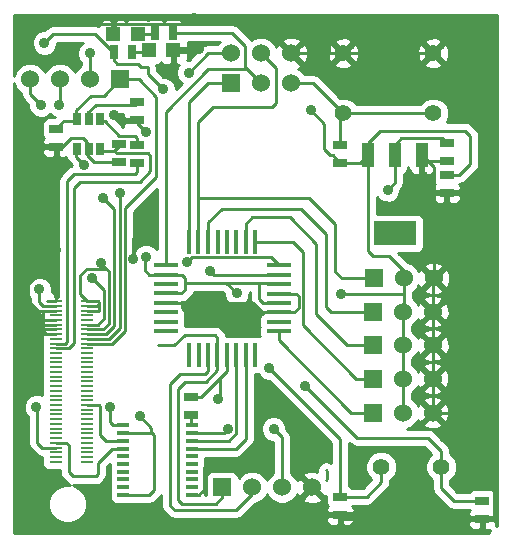
<source format=gtl>
G04 (created by PCBNEW (2013-07-07 BZR 4022)-stable) date 12/29/2015 4:32:31 PM*
%MOIN*%
G04 Gerber Fmt 3.4, Leading zero omitted, Abs format*
%FSLAX34Y34*%
G01*
G70*
G90*
G04 APERTURE LIST*
%ADD10C,0.00590551*%
%ADD11R,0.039X0.012*%
%ADD12R,0.0787X0.0177*%
%ADD13R,0.0177X0.0787*%
%ADD14C,0.055*%
%ADD15R,0.144X0.08*%
%ADD16R,0.04X0.08*%
%ADD17R,0.045X0.025*%
%ADD18R,0.025X0.045*%
%ADD19R,0.06X0.06*%
%ADD20C,0.06*%
%ADD21R,0.0472X0.0472*%
%ADD22C,0.056*%
%ADD23R,0.0448X0.0078*%
%ADD24R,0.0276X0.0394*%
%ADD25C,0.035*%
%ADD26C,0.01*%
G04 APERTURE END LIST*
G54D10*
G54D11*
X45805Y-38167D03*
X45805Y-38422D03*
X45805Y-38678D03*
X45805Y-38934D03*
X45805Y-39190D03*
X45805Y-39446D03*
X45805Y-39702D03*
X45805Y-39958D03*
X48103Y-39958D03*
X48103Y-39702D03*
X48103Y-39446D03*
X48103Y-39190D03*
X48103Y-38934D03*
X48103Y-38678D03*
X48103Y-38422D03*
X48103Y-38167D03*
X45805Y-40214D03*
X45805Y-40470D03*
X48103Y-40214D03*
X48103Y-40470D03*
G54D12*
X51000Y-32824D03*
X51000Y-33139D03*
X51000Y-33454D03*
X51000Y-33769D03*
X51000Y-34084D03*
X51000Y-34399D03*
X51000Y-34714D03*
X51000Y-35029D03*
X47234Y-35027D03*
X47234Y-32817D03*
X47234Y-33137D03*
X47234Y-33457D03*
X47234Y-33767D03*
X47234Y-34087D03*
X47234Y-34397D03*
X47234Y-34717D03*
G54D13*
X50216Y-35817D03*
X49902Y-35817D03*
X49586Y-35817D03*
X49272Y-35817D03*
X48956Y-35817D03*
X48642Y-35817D03*
X48326Y-35817D03*
X48012Y-35817D03*
X50214Y-32037D03*
X49904Y-32037D03*
X49584Y-32037D03*
X49274Y-32037D03*
X48964Y-32037D03*
X48644Y-32037D03*
X48324Y-32037D03*
X48004Y-32037D03*
G54D14*
X53151Y-27763D03*
X53151Y-25763D03*
X56151Y-27763D03*
X56151Y-25763D03*
G54D15*
X54872Y-31756D03*
G54D16*
X54872Y-29156D03*
X53972Y-29156D03*
X55772Y-29156D03*
G54D17*
X57777Y-40670D03*
X57777Y-41270D03*
X53053Y-40544D03*
X53053Y-41144D03*
X48064Y-37203D03*
X48064Y-37803D03*
X43588Y-28274D03*
X43588Y-28874D03*
X56596Y-29809D03*
X56596Y-30409D03*
X56596Y-28751D03*
X56596Y-29351D03*
X46273Y-27400D03*
X46273Y-28000D03*
X46265Y-28802D03*
X46265Y-29402D03*
X45675Y-28786D03*
X45675Y-29386D03*
X53053Y-28804D03*
X53053Y-29404D03*
G54D18*
X47480Y-25081D03*
X46880Y-25081D03*
G54D19*
X45710Y-26629D03*
G54D20*
X44710Y-26629D03*
X43710Y-26629D03*
X42710Y-26629D03*
G54D19*
X49419Y-26767D03*
G54D20*
X49419Y-25767D03*
X50419Y-26767D03*
X50419Y-25767D03*
X51419Y-26767D03*
X51419Y-25767D03*
G54D19*
X54131Y-37735D03*
G54D20*
X55131Y-37735D03*
X56131Y-37735D03*
G54D19*
X54131Y-36602D03*
G54D20*
X55131Y-36602D03*
X56131Y-36602D03*
G54D19*
X54139Y-35487D03*
G54D20*
X55139Y-35487D03*
X56139Y-35487D03*
G54D19*
X54139Y-34373D03*
G54D20*
X55139Y-34373D03*
X56139Y-34373D03*
G54D19*
X54159Y-33263D03*
G54D20*
X55159Y-33263D03*
X56159Y-33263D03*
G54D21*
X46312Y-25109D03*
X45486Y-25109D03*
X46661Y-25654D03*
X47487Y-25654D03*
G54D22*
X54415Y-39544D03*
X56415Y-39544D03*
G54D23*
X43584Y-39374D03*
X44623Y-39374D03*
X43584Y-39216D03*
X44623Y-39216D03*
X43584Y-39059D03*
X44623Y-39059D03*
X43584Y-38901D03*
X44623Y-38901D03*
X43584Y-38744D03*
X44623Y-38744D03*
X43584Y-38586D03*
X44623Y-38586D03*
X43584Y-38429D03*
X44623Y-38429D03*
X43584Y-38271D03*
X44623Y-38271D03*
X43584Y-38114D03*
X44623Y-38114D03*
X43584Y-37956D03*
X44623Y-37956D03*
X43584Y-37799D03*
X44623Y-37799D03*
X43584Y-37641D03*
X44623Y-37641D03*
X43584Y-37484D03*
X44623Y-37484D03*
X43584Y-37326D03*
X44623Y-37326D03*
X43584Y-37169D03*
X44623Y-37169D03*
X43584Y-37011D03*
X44623Y-37011D03*
X43584Y-36854D03*
X44623Y-36854D03*
X43584Y-36696D03*
X44623Y-36696D03*
X43584Y-36539D03*
X44623Y-36539D03*
X43584Y-36381D03*
X44623Y-36381D03*
X43584Y-36224D03*
X44623Y-36224D03*
X43584Y-36066D03*
X44623Y-36066D03*
X43584Y-35909D03*
X44623Y-35909D03*
X43584Y-35752D03*
X44623Y-35752D03*
X43584Y-35594D03*
X44623Y-35594D03*
X43584Y-35437D03*
X44623Y-35437D03*
X43584Y-35279D03*
X44623Y-35279D03*
X43584Y-35122D03*
X44623Y-35122D03*
X43584Y-34964D03*
X44623Y-34964D03*
X43584Y-34807D03*
X44623Y-34807D03*
X43584Y-34649D03*
X44623Y-34649D03*
X43584Y-34492D03*
X44623Y-34492D03*
X43584Y-34334D03*
X44623Y-34334D03*
X43584Y-34177D03*
X44623Y-34177D03*
X43584Y-34019D03*
X44623Y-34019D03*
G54D24*
X44289Y-27964D03*
X44664Y-27964D03*
X45039Y-27964D03*
X45039Y-28964D03*
X44664Y-28964D03*
X44289Y-28964D03*
G54D18*
X45501Y-25704D03*
X46101Y-25704D03*
G54D19*
X49110Y-40230D03*
G54D20*
X50110Y-40230D03*
X51110Y-40230D03*
X52110Y-40230D03*
G54D25*
X46360Y-37867D03*
X44785Y-33256D03*
X54627Y-30309D03*
X47147Y-26964D03*
X45064Y-32766D03*
X43188Y-25416D03*
X43671Y-27480D03*
X45139Y-30574D03*
X48944Y-39445D03*
X48328Y-25604D03*
X48190Y-24583D03*
X46128Y-32624D03*
X46317Y-31765D03*
X46580Y-28399D03*
X48210Y-34674D03*
X43580Y-32304D03*
X55809Y-29864D03*
X45512Y-27812D03*
X52659Y-25294D03*
X42919Y-37535D03*
X45379Y-37539D03*
X47935Y-32732D03*
X50690Y-36259D03*
X48722Y-33007D03*
X51872Y-36836D03*
X48980Y-37274D03*
X44714Y-25767D03*
X45694Y-30428D03*
X43080Y-27487D03*
X43021Y-33633D03*
X50830Y-38280D03*
X44518Y-29483D03*
X52060Y-27664D03*
X48000Y-26404D03*
X53065Y-33774D03*
X49600Y-33767D03*
X46576Y-32542D03*
X49320Y-38294D03*
G54D26*
X52600Y-39944D02*
X52568Y-39976D01*
X52600Y-39684D02*
X52600Y-39944D01*
X52580Y-39665D02*
X52600Y-39684D01*
X44623Y-34807D02*
X44965Y-34807D01*
X46753Y-38260D02*
X46753Y-38422D01*
X46360Y-37867D02*
X46753Y-38260D01*
X45179Y-33649D02*
X44785Y-33256D01*
X45179Y-34594D02*
X45179Y-33649D01*
X44965Y-34807D02*
X45179Y-34594D01*
X45805Y-38422D02*
X46753Y-38422D01*
X46753Y-38422D02*
X46771Y-38422D01*
X46688Y-40470D02*
X45805Y-40470D01*
X46836Y-40322D02*
X46688Y-40470D01*
X46836Y-38487D02*
X46836Y-40322D01*
X46771Y-38422D02*
X46836Y-38487D01*
X46632Y-26228D02*
X46416Y-26228D01*
X54872Y-30064D02*
X54627Y-30309D01*
X46632Y-26448D02*
X46632Y-26228D01*
X46632Y-26448D02*
X47147Y-26964D01*
X54872Y-29156D02*
X54872Y-30064D01*
X45501Y-25999D02*
X45501Y-25704D01*
X45619Y-26117D02*
X45501Y-25999D01*
X46305Y-26117D02*
X45619Y-26117D01*
X46416Y-26228D02*
X46305Y-26117D01*
X45501Y-25704D02*
X45472Y-25704D01*
X45472Y-25704D02*
X44883Y-25114D01*
X44883Y-25114D02*
X43489Y-25114D01*
X43489Y-25114D02*
X43188Y-25416D01*
X45064Y-32766D02*
X45245Y-32947D01*
X45245Y-32947D02*
X44593Y-32947D01*
X44388Y-33784D02*
X44623Y-34019D01*
X44388Y-33152D02*
X44388Y-33784D01*
X44593Y-32947D02*
X44388Y-33152D01*
X45147Y-34964D02*
X44623Y-34964D01*
X45245Y-32947D02*
X45330Y-33032D01*
X45330Y-33032D02*
X45330Y-34782D01*
X45330Y-34782D02*
X45147Y-34964D01*
X54872Y-29156D02*
X54872Y-28805D01*
X56437Y-28592D02*
X56596Y-28751D01*
X55084Y-28592D02*
X56437Y-28592D01*
X54872Y-28805D02*
X55084Y-28592D01*
X44623Y-34177D02*
X44950Y-34177D01*
X44950Y-34177D02*
X45021Y-34106D01*
X44623Y-34019D02*
X44974Y-34019D01*
X44974Y-34019D02*
X45021Y-34066D01*
X45021Y-34066D02*
X45021Y-34106D01*
X44997Y-34334D02*
X44623Y-34334D01*
X45021Y-34310D02*
X44997Y-34334D01*
X45021Y-34106D02*
X45021Y-34310D01*
X44623Y-35122D02*
X45241Y-35122D01*
X43710Y-27440D02*
X43710Y-26629D01*
X43671Y-27480D02*
X43710Y-27440D01*
X45517Y-30952D02*
X45139Y-30574D01*
X45517Y-34846D02*
X45517Y-30952D01*
X45241Y-35122D02*
X45517Y-34846D01*
X43584Y-35437D02*
X43871Y-35437D01*
X46265Y-29724D02*
X46265Y-29402D01*
X46210Y-29779D02*
X46265Y-29724D01*
X44183Y-29779D02*
X46210Y-29779D01*
X43938Y-30023D02*
X44183Y-29779D01*
X43938Y-35369D02*
X43938Y-30023D01*
X43871Y-35437D02*
X43938Y-35369D01*
X48103Y-40470D02*
X48338Y-40470D01*
X48622Y-39445D02*
X48944Y-39445D01*
X48510Y-39557D02*
X48622Y-39445D01*
X48510Y-40299D02*
X48510Y-39557D01*
X48338Y-40470D02*
X48510Y-40299D01*
X47458Y-26228D02*
X47458Y-25606D01*
X48303Y-25578D02*
X48328Y-25604D01*
X47430Y-25578D02*
X48303Y-25578D01*
X47458Y-25606D02*
X47430Y-25578D01*
X45017Y-24777D02*
X47997Y-24777D01*
X47997Y-24777D02*
X48190Y-24583D01*
X52041Y-39980D02*
X52045Y-39976D01*
X46273Y-28000D02*
X46273Y-28092D01*
X46128Y-31954D02*
X46128Y-32624D01*
X46317Y-31765D02*
X46128Y-31954D01*
X46273Y-28092D02*
X46580Y-28399D01*
X56131Y-37735D02*
X57432Y-37735D01*
X58169Y-41270D02*
X57777Y-41270D01*
X58182Y-41257D02*
X58169Y-41270D01*
X58182Y-38485D02*
X58182Y-41257D01*
X57432Y-37735D02*
X58182Y-38485D01*
X47780Y-34087D02*
X47780Y-34244D01*
X47780Y-34244D02*
X48210Y-34674D01*
X43584Y-32308D02*
X43584Y-32544D01*
X43580Y-32304D02*
X43584Y-32308D01*
X43584Y-33550D02*
X43584Y-32544D01*
X43584Y-32544D02*
X43584Y-28879D01*
X43584Y-28879D02*
X43588Y-28874D01*
X55772Y-29156D02*
X55772Y-29826D01*
X55772Y-29826D02*
X55809Y-29864D01*
X45675Y-29386D02*
X44856Y-29386D01*
X46273Y-28000D02*
X45721Y-28000D01*
X45721Y-28000D02*
X45512Y-27812D01*
X52659Y-25294D02*
X52659Y-25767D01*
X53053Y-41144D02*
X52726Y-41144D01*
X52045Y-40462D02*
X52045Y-39976D01*
X57777Y-41270D02*
X53179Y-41270D01*
X53179Y-41270D02*
X53053Y-41144D01*
X56596Y-30409D02*
X56258Y-30409D01*
X56258Y-30409D02*
X56159Y-30507D01*
X56596Y-29351D02*
X55967Y-29351D01*
X55967Y-29351D02*
X55772Y-29156D01*
X56159Y-33263D02*
X56159Y-30507D01*
X56159Y-30507D02*
X56159Y-29543D01*
X56159Y-29543D02*
X55772Y-29156D01*
X56139Y-34373D02*
X56139Y-33283D01*
X56139Y-33283D02*
X56159Y-33263D01*
X56139Y-35487D02*
X56139Y-34373D01*
X56131Y-36602D02*
X56131Y-35495D01*
X56131Y-35495D02*
X56139Y-35487D01*
X56131Y-37735D02*
X56131Y-36602D01*
X43588Y-28874D02*
X43784Y-28874D01*
X43784Y-28874D02*
X44072Y-28586D01*
X44072Y-28586D02*
X44486Y-28586D01*
X44486Y-28586D02*
X44624Y-28724D01*
X43183Y-34334D02*
X42982Y-34334D01*
X43584Y-33550D02*
X43584Y-34019D01*
X43218Y-33184D02*
X43584Y-33550D01*
X42927Y-33184D02*
X43218Y-33184D01*
X42647Y-33464D02*
X42927Y-33184D01*
X42647Y-33999D02*
X42647Y-33464D01*
X42982Y-34334D02*
X42647Y-33999D01*
X51419Y-25767D02*
X52659Y-25767D01*
X52659Y-25767D02*
X53147Y-25767D01*
X53147Y-25767D02*
X53151Y-25763D01*
X53151Y-25763D02*
X56151Y-25763D01*
X43584Y-34964D02*
X43170Y-34964D01*
X43170Y-34964D02*
X43127Y-35007D01*
X43584Y-34807D02*
X43127Y-34807D01*
X43127Y-34807D02*
X43127Y-34814D01*
X43584Y-34649D02*
X43127Y-34649D01*
X43127Y-34649D02*
X43127Y-34653D01*
X43584Y-34334D02*
X43183Y-34334D01*
X43183Y-34334D02*
X43127Y-34334D01*
X43127Y-34334D02*
X43127Y-34334D01*
X43584Y-34019D02*
X43273Y-34019D01*
X43243Y-35122D02*
X43584Y-35122D01*
X43127Y-35007D02*
X43243Y-35122D01*
X43127Y-34334D02*
X43127Y-34653D01*
X43127Y-34653D02*
X43127Y-34814D01*
X43127Y-34814D02*
X43127Y-35007D01*
X51000Y-34399D02*
X50448Y-34399D01*
X50136Y-34087D02*
X47780Y-34087D01*
X47780Y-34087D02*
X47234Y-34087D01*
X50448Y-34399D02*
X50136Y-34087D01*
X51000Y-34399D02*
X51500Y-34399D01*
X51582Y-33769D02*
X51000Y-33769D01*
X51663Y-33850D02*
X51582Y-33769D01*
X51663Y-34235D02*
X51663Y-33850D01*
X51500Y-34399D02*
X51663Y-34235D01*
X44624Y-29153D02*
X44624Y-29011D01*
X44856Y-29386D02*
X44624Y-29153D01*
X44624Y-28724D02*
X44624Y-29011D01*
X48004Y-32037D02*
X48004Y-27391D01*
X48627Y-26767D02*
X49419Y-26767D01*
X48004Y-27391D02*
X48627Y-26767D01*
X54159Y-33263D02*
X53104Y-33263D01*
X52001Y-30582D02*
X48324Y-30582D01*
X52875Y-31456D02*
X52001Y-30582D01*
X52875Y-33035D02*
X52875Y-31456D01*
X53104Y-33263D02*
X52875Y-33035D01*
X48324Y-32037D02*
X48324Y-30582D01*
X48324Y-30582D02*
X48324Y-28035D01*
X50911Y-26259D02*
X50419Y-25767D01*
X50911Y-27405D02*
X50911Y-26259D01*
X50777Y-27539D02*
X50911Y-27405D01*
X49643Y-27539D02*
X50777Y-27539D01*
X49639Y-27543D02*
X49643Y-27539D01*
X48816Y-27543D02*
X49639Y-27543D01*
X48324Y-28035D02*
X48816Y-27543D01*
X54131Y-37735D02*
X53407Y-37735D01*
X51000Y-35328D02*
X51000Y-35029D01*
X53407Y-37735D02*
X51000Y-35328D01*
X45805Y-38934D02*
X45452Y-38934D01*
X43916Y-38744D02*
X43584Y-38744D01*
X43994Y-38822D02*
X43916Y-38744D01*
X43994Y-39708D02*
X43994Y-38822D01*
X44151Y-39865D02*
X43994Y-39708D01*
X44895Y-39865D02*
X44151Y-39865D01*
X44978Y-39783D02*
X44895Y-39865D01*
X44978Y-39409D02*
X44978Y-39783D01*
X45452Y-38934D02*
X44978Y-39409D01*
X46265Y-28802D02*
X46265Y-28574D01*
X46265Y-28574D02*
X46198Y-28507D01*
X46198Y-28507D02*
X45690Y-28507D01*
X45194Y-28011D02*
X44999Y-28011D01*
X45690Y-28507D02*
X45194Y-28011D01*
X46101Y-25704D02*
X46612Y-25704D01*
X46612Y-25704D02*
X46661Y-25654D01*
X44624Y-28011D02*
X44624Y-27751D01*
X44895Y-27480D02*
X46194Y-27480D01*
X44624Y-27751D02*
X44895Y-27480D01*
X46194Y-27480D02*
X46273Y-27400D01*
X45805Y-38167D02*
X45480Y-38167D01*
X43112Y-38901D02*
X43584Y-38901D01*
X42946Y-38735D02*
X43112Y-38901D01*
X42946Y-37562D02*
X42946Y-38735D01*
X42919Y-37535D02*
X42946Y-37562D01*
X45379Y-38066D02*
X45379Y-37539D01*
X45480Y-38167D02*
X45379Y-38066D01*
X45805Y-38678D02*
X45251Y-38678D01*
X44631Y-37476D02*
X44623Y-37484D01*
X45013Y-37476D02*
X44631Y-37476D01*
X45057Y-37519D02*
X45013Y-37476D01*
X45057Y-38484D02*
X45057Y-37519D01*
X45251Y-38678D02*
X45057Y-38484D01*
X53053Y-40544D02*
X53053Y-38621D01*
X50733Y-32557D02*
X51000Y-32824D01*
X48110Y-32557D02*
X50733Y-32557D01*
X47935Y-32732D02*
X48110Y-32557D01*
X53053Y-38621D02*
X50690Y-36259D01*
X53053Y-40544D02*
X53925Y-40544D01*
X54415Y-40053D02*
X54415Y-39544D01*
X53925Y-40544D02*
X54415Y-40053D01*
X56415Y-39544D02*
X56415Y-39028D01*
X48854Y-33139D02*
X51000Y-33139D01*
X48722Y-33007D02*
X48854Y-33139D01*
X53610Y-38574D02*
X51872Y-36836D01*
X55960Y-38574D02*
X53610Y-38574D01*
X56415Y-39028D02*
X55960Y-38574D01*
X57777Y-40670D02*
X56828Y-40670D01*
X56415Y-40256D02*
X56415Y-39544D01*
X56828Y-40670D02*
X56415Y-40256D01*
X46312Y-25109D02*
X46852Y-25109D01*
X46852Y-25109D02*
X46880Y-25081D01*
X46722Y-29232D02*
X46722Y-29169D01*
X44009Y-35594D02*
X44179Y-35424D01*
X44179Y-35424D02*
X44179Y-30259D01*
X44179Y-30259D02*
X44391Y-30046D01*
X44391Y-30046D02*
X46368Y-30046D01*
X46368Y-30046D02*
X46722Y-29692D01*
X46722Y-29692D02*
X46722Y-29232D01*
X43584Y-35594D02*
X44009Y-35594D01*
X45675Y-28786D02*
X45675Y-28842D01*
X45675Y-28842D02*
X45505Y-29011D01*
X45592Y-29098D02*
X45505Y-29011D01*
X46651Y-29098D02*
X45592Y-29098D01*
X46722Y-29169D02*
X46651Y-29098D01*
X45505Y-29011D02*
X44999Y-29011D01*
X49027Y-36581D02*
X49027Y-37226D01*
X49027Y-37226D02*
X48980Y-37274D01*
X53053Y-28804D02*
X53053Y-27861D01*
X53053Y-27861D02*
X53151Y-27763D01*
X48064Y-37203D02*
X48404Y-37203D01*
X49272Y-36335D02*
X49272Y-35817D01*
X48404Y-37203D02*
X49027Y-36581D01*
X49027Y-36581D02*
X49272Y-36335D01*
X51419Y-26767D02*
X52155Y-26767D01*
X52155Y-26767D02*
X53151Y-27763D01*
X53151Y-27763D02*
X56151Y-27763D01*
X54131Y-36602D02*
X53588Y-36602D01*
X51464Y-32037D02*
X50214Y-32037D01*
X51809Y-32381D02*
X51464Y-32037D01*
X51809Y-34822D02*
X51809Y-32381D01*
X53588Y-36602D02*
X51809Y-34822D01*
X54139Y-35487D02*
X53285Y-35487D01*
X49904Y-31439D02*
X49904Y-32037D01*
X50120Y-31224D02*
X49904Y-31439D01*
X51360Y-31224D02*
X50120Y-31224D01*
X52238Y-32102D02*
X51360Y-31224D01*
X52238Y-34440D02*
X52238Y-32102D01*
X53285Y-35487D02*
X52238Y-34440D01*
X54139Y-34373D02*
X52738Y-34373D01*
X48644Y-31396D02*
X48644Y-32037D01*
X49096Y-30944D02*
X48644Y-31396D01*
X51753Y-30944D02*
X49096Y-30944D01*
X52580Y-31771D02*
X51753Y-30944D01*
X52580Y-34216D02*
X52580Y-31771D01*
X52738Y-34373D02*
X52580Y-34216D01*
X47480Y-25081D02*
X49448Y-25081D01*
X49868Y-26216D02*
X49950Y-26298D01*
X49868Y-25501D02*
X49868Y-26216D01*
X49448Y-25081D02*
X49868Y-25501D01*
X47234Y-32817D02*
X47234Y-27716D01*
X49950Y-26298D02*
X50419Y-26767D01*
X48651Y-26298D02*
X49950Y-26298D01*
X47234Y-27716D02*
X48651Y-26298D01*
X44623Y-35279D02*
X45348Y-35279D01*
X44710Y-25771D02*
X44710Y-26629D01*
X44714Y-25767D02*
X44710Y-25771D01*
X45694Y-34932D02*
X45694Y-30428D01*
X45348Y-35279D02*
X45694Y-34932D01*
X43584Y-34177D02*
X43136Y-34177D01*
X42710Y-27117D02*
X42710Y-26629D01*
X43080Y-27487D02*
X42710Y-27117D01*
X43021Y-34062D02*
X43021Y-33633D01*
X43136Y-34177D02*
X43021Y-34062D01*
X51110Y-40230D02*
X51110Y-38560D01*
X51110Y-38560D02*
X50830Y-38280D01*
X44249Y-29011D02*
X44249Y-29214D01*
X44249Y-29214D02*
X44518Y-29483D01*
X49419Y-25767D02*
X48636Y-25767D01*
X52793Y-29144D02*
X53053Y-29404D01*
X52700Y-29144D02*
X52793Y-29144D01*
X52520Y-28964D02*
X52700Y-29144D01*
X52520Y-28124D02*
X52520Y-28964D01*
X52060Y-27664D02*
X52520Y-28124D01*
X48636Y-25767D02*
X48000Y-26404D01*
X49187Y-33401D02*
X49234Y-33401D01*
X53072Y-33781D02*
X55159Y-33781D01*
X53065Y-33774D02*
X53072Y-33781D01*
X49234Y-33401D02*
X49600Y-33767D01*
X48103Y-38422D02*
X49175Y-38422D01*
X46688Y-33137D02*
X47234Y-33137D01*
X46527Y-32976D02*
X46688Y-33137D01*
X46527Y-32591D02*
X46527Y-32976D01*
X46576Y-32542D02*
X46527Y-32591D01*
X49304Y-38294D02*
X49320Y-38294D01*
X49175Y-38422D02*
X49304Y-38294D01*
X53972Y-29156D02*
X53972Y-28760D01*
X57015Y-29809D02*
X56596Y-29809D01*
X57383Y-29440D02*
X57015Y-29809D01*
X57383Y-28520D02*
X57383Y-29440D01*
X57203Y-28340D02*
X57383Y-28520D01*
X54391Y-28340D02*
X57203Y-28340D01*
X53972Y-28760D02*
X54391Y-28340D01*
X53053Y-29404D02*
X53724Y-29404D01*
X53724Y-29404D02*
X53972Y-29156D01*
X55159Y-33263D02*
X55159Y-33005D01*
X53972Y-32345D02*
X53972Y-29156D01*
X54140Y-32514D02*
X53972Y-32345D01*
X54667Y-32514D02*
X54140Y-32514D01*
X55159Y-33005D02*
X54667Y-32514D01*
X55131Y-37735D02*
X55131Y-36602D01*
X55131Y-36602D02*
X55131Y-35495D01*
X55131Y-35495D02*
X55139Y-35487D01*
X55139Y-35487D02*
X55139Y-34373D01*
X55159Y-33263D02*
X55159Y-33781D01*
X55159Y-33781D02*
X55159Y-34354D01*
X55159Y-34354D02*
X55139Y-34373D01*
X51000Y-34084D02*
X50476Y-34084D01*
X50336Y-33944D02*
X50336Y-33401D01*
X50476Y-34084D02*
X50336Y-33944D01*
X47883Y-33401D02*
X49187Y-33401D01*
X49187Y-33401D02*
X50336Y-33401D01*
X50336Y-33401D02*
X50947Y-33401D01*
X50947Y-33401D02*
X51000Y-33454D01*
X47234Y-33767D02*
X47758Y-33767D01*
X47765Y-33137D02*
X47234Y-33137D01*
X47883Y-33255D02*
X47765Y-33137D01*
X47883Y-33641D02*
X47883Y-33401D01*
X47883Y-33401D02*
X47883Y-33255D01*
X47758Y-33767D02*
X47883Y-33641D01*
X48064Y-37803D02*
X48064Y-38128D01*
X48064Y-38128D02*
X48103Y-38167D01*
X49586Y-35817D02*
X49586Y-38419D01*
X49326Y-38678D02*
X48103Y-38678D01*
X49586Y-38419D02*
X49326Y-38678D01*
X49110Y-40230D02*
X49110Y-40560D01*
X48956Y-36333D02*
X48956Y-35817D01*
X48570Y-36720D02*
X48956Y-36333D01*
X47870Y-36720D02*
X48570Y-36720D01*
X47630Y-36960D02*
X47870Y-36720D01*
X47630Y-40640D02*
X47630Y-36960D01*
X47760Y-40770D02*
X47630Y-40640D01*
X48900Y-40770D02*
X47760Y-40770D01*
X49110Y-40560D02*
X48900Y-40770D01*
X46973Y-35500D02*
X47514Y-35500D01*
X48956Y-35236D02*
X48956Y-35817D01*
X48864Y-35144D02*
X48956Y-35236D01*
X47870Y-35144D02*
X48864Y-35144D01*
X47514Y-35500D02*
X47870Y-35144D01*
X50110Y-40230D02*
X50110Y-40460D01*
X48642Y-36367D02*
X48642Y-35817D01*
X48550Y-36460D02*
X48642Y-36367D01*
X47710Y-36460D02*
X48550Y-36460D01*
X47390Y-36780D02*
X47710Y-36460D01*
X47390Y-40840D02*
X47390Y-36780D01*
X47530Y-40980D02*
X47390Y-40840D01*
X49590Y-40980D02*
X47530Y-40980D01*
X50110Y-40460D02*
X49590Y-40980D01*
X49902Y-35817D02*
X49902Y-38607D01*
X49574Y-38934D02*
X48103Y-38934D01*
X49902Y-38607D02*
X49574Y-38934D01*
X43836Y-28011D02*
X44249Y-28011D01*
X44249Y-28011D02*
X44249Y-27666D01*
X44249Y-27666D02*
X44734Y-27180D01*
X44734Y-27180D02*
X45159Y-27180D01*
X43588Y-28274D02*
X43588Y-28259D01*
X43588Y-28259D02*
X43836Y-28011D01*
X44623Y-35437D02*
X45434Y-35437D01*
X46336Y-26629D02*
X45710Y-26629D01*
X46911Y-27204D02*
X46336Y-26629D01*
X46911Y-29873D02*
X46911Y-27204D01*
X45860Y-30924D02*
X46911Y-29873D01*
X45860Y-35011D02*
X45860Y-30924D01*
X45434Y-35437D02*
X45860Y-35011D01*
X45159Y-27180D02*
X45710Y-26629D01*
G54D10*
G36*
X46331Y-28050D02*
X46323Y-28050D01*
X46323Y-28058D01*
X46223Y-28058D01*
X46223Y-28050D01*
X45861Y-28050D01*
X45798Y-28113D01*
X45798Y-28175D01*
X45809Y-28202D01*
X45427Y-27819D01*
X45427Y-27780D01*
X45817Y-27780D01*
X45798Y-27826D01*
X45798Y-27888D01*
X45861Y-27950D01*
X46223Y-27950D01*
X46223Y-27942D01*
X46323Y-27942D01*
X46323Y-27950D01*
X46331Y-27950D01*
X46331Y-28050D01*
X46331Y-28050D01*
G37*
G54D26*
X46331Y-28050D02*
X46323Y-28050D01*
X46323Y-28058D01*
X46223Y-28058D01*
X46223Y-28050D01*
X45861Y-28050D01*
X45798Y-28113D01*
X45798Y-28175D01*
X45809Y-28202D01*
X45427Y-27819D01*
X45427Y-27780D01*
X45817Y-27780D01*
X45798Y-27826D01*
X45798Y-27888D01*
X45861Y-27950D01*
X46223Y-27950D01*
X46223Y-27942D01*
X46323Y-27942D01*
X46323Y-27950D01*
X46331Y-27950D01*
X46331Y-28050D01*
G54D10*
G36*
X46611Y-28456D02*
X46540Y-28427D01*
X46521Y-28427D01*
X46486Y-28375D01*
X46548Y-28375D01*
X46611Y-28349D01*
X46611Y-28456D01*
X46611Y-28456D01*
G37*
G54D26*
X46611Y-28456D02*
X46540Y-28427D01*
X46521Y-28427D01*
X46486Y-28375D01*
X46548Y-28375D01*
X46611Y-28349D01*
X46611Y-28456D01*
G54D10*
G36*
X46934Y-32299D02*
X46817Y-32181D01*
X46660Y-32117D01*
X46491Y-32116D01*
X46335Y-32181D01*
X46215Y-32300D01*
X46160Y-32435D01*
X46160Y-31049D01*
X46934Y-30275D01*
X46934Y-32299D01*
X46934Y-32299D01*
G37*
G54D26*
X46934Y-32299D02*
X46817Y-32181D01*
X46660Y-32117D01*
X46491Y-32116D01*
X46335Y-32181D01*
X46215Y-32300D01*
X46160Y-32435D01*
X46160Y-31049D01*
X46934Y-30275D01*
X46934Y-32299D01*
G54D10*
G36*
X49027Y-25381D02*
X48953Y-25455D01*
X48948Y-25467D01*
X48636Y-25467D01*
X48521Y-25490D01*
X48424Y-25555D01*
X48000Y-25979D01*
X47957Y-25978D01*
X47973Y-25940D01*
X47973Y-25840D01*
X47973Y-25767D01*
X47911Y-25704D01*
X47537Y-25704D01*
X47537Y-26078D01*
X47600Y-26140D01*
X47662Y-26140D01*
X47639Y-26162D01*
X47575Y-26319D01*
X47574Y-26488D01*
X47639Y-26644D01*
X47758Y-26764D01*
X47761Y-26765D01*
X47572Y-26953D01*
X47572Y-26879D01*
X47508Y-26723D01*
X47388Y-26603D01*
X47232Y-26539D01*
X47146Y-26538D01*
X46932Y-26324D01*
X46932Y-26228D01*
X46914Y-26140D01*
X46947Y-26140D01*
X47038Y-26102D01*
X47074Y-26067D01*
X47110Y-26102D01*
X47201Y-26140D01*
X47375Y-26140D01*
X47437Y-26078D01*
X47437Y-25704D01*
X47429Y-25704D01*
X47429Y-25604D01*
X47437Y-25604D01*
X47437Y-25596D01*
X47537Y-25596D01*
X47537Y-25604D01*
X47911Y-25604D01*
X47973Y-25542D01*
X47973Y-25468D01*
X47973Y-25381D01*
X49027Y-25381D01*
X49027Y-25381D01*
G37*
G54D26*
X49027Y-25381D02*
X48953Y-25455D01*
X48948Y-25467D01*
X48636Y-25467D01*
X48521Y-25490D01*
X48424Y-25555D01*
X48000Y-25979D01*
X47957Y-25978D01*
X47973Y-25940D01*
X47973Y-25840D01*
X47973Y-25767D01*
X47911Y-25704D01*
X47537Y-25704D01*
X47537Y-26078D01*
X47600Y-26140D01*
X47662Y-26140D01*
X47639Y-26162D01*
X47575Y-26319D01*
X47574Y-26488D01*
X47639Y-26644D01*
X47758Y-26764D01*
X47761Y-26765D01*
X47572Y-26953D01*
X47572Y-26879D01*
X47508Y-26723D01*
X47388Y-26603D01*
X47232Y-26539D01*
X47146Y-26538D01*
X46932Y-26324D01*
X46932Y-26228D01*
X46914Y-26140D01*
X46947Y-26140D01*
X47038Y-26102D01*
X47074Y-26067D01*
X47110Y-26102D01*
X47201Y-26140D01*
X47375Y-26140D01*
X47437Y-26078D01*
X47437Y-25704D01*
X47429Y-25704D01*
X47429Y-25604D01*
X47437Y-25604D01*
X47437Y-25596D01*
X47537Y-25596D01*
X47537Y-25604D01*
X47911Y-25604D01*
X47973Y-25542D01*
X47973Y-25468D01*
X47973Y-25381D01*
X49027Y-25381D01*
G54D10*
G36*
X50500Y-34399D02*
X50465Y-34413D01*
X50435Y-34443D01*
X50419Y-34443D01*
X50356Y-34505D01*
X50356Y-34537D01*
X50364Y-34556D01*
X50356Y-34575D01*
X50356Y-34675D01*
X50356Y-34852D01*
X50364Y-34871D01*
X50356Y-34890D01*
X50356Y-34990D01*
X50356Y-35167D01*
X50360Y-35175D01*
X50354Y-35173D01*
X50255Y-35173D01*
X50078Y-35173D01*
X50059Y-35181D01*
X50040Y-35173D01*
X49941Y-35173D01*
X49764Y-35173D01*
X49744Y-35181D01*
X49724Y-35173D01*
X49625Y-35173D01*
X49448Y-35173D01*
X49429Y-35181D01*
X49410Y-35173D01*
X49311Y-35173D01*
X49243Y-35173D01*
X49233Y-35121D01*
X49168Y-35024D01*
X49168Y-35024D01*
X49076Y-34932D01*
X48979Y-34867D01*
X48864Y-34844D01*
X47877Y-34844D01*
X47877Y-34756D01*
X47877Y-34579D01*
X47868Y-34557D01*
X47877Y-34535D01*
X47877Y-34436D01*
X47877Y-34259D01*
X47870Y-34242D01*
X47877Y-34225D01*
X47877Y-34193D01*
X47815Y-34131D01*
X47804Y-34131D01*
X47769Y-34096D01*
X47734Y-34082D01*
X47769Y-34067D01*
X47772Y-34064D01*
X47873Y-34044D01*
X47873Y-34044D01*
X47877Y-34041D01*
X47877Y-34041D01*
X47877Y-34041D01*
X47970Y-33979D01*
X48095Y-33853D01*
X48161Y-33756D01*
X48171Y-33701D01*
X49110Y-33701D01*
X49175Y-33766D01*
X49174Y-33851D01*
X49239Y-34007D01*
X49358Y-34127D01*
X49515Y-34191D01*
X49684Y-34192D01*
X49840Y-34127D01*
X49960Y-34008D01*
X50024Y-33851D01*
X50025Y-33701D01*
X50036Y-33701D01*
X50036Y-33944D01*
X50059Y-34059D01*
X50124Y-34156D01*
X50263Y-34296D01*
X50356Y-34358D01*
X50356Y-34358D01*
X50361Y-34361D01*
X50461Y-34381D01*
X50465Y-34384D01*
X50500Y-34399D01*
X50500Y-34399D01*
G37*
G54D26*
X50500Y-34399D02*
X50465Y-34413D01*
X50435Y-34443D01*
X50419Y-34443D01*
X50356Y-34505D01*
X50356Y-34537D01*
X50364Y-34556D01*
X50356Y-34575D01*
X50356Y-34675D01*
X50356Y-34852D01*
X50364Y-34871D01*
X50356Y-34890D01*
X50356Y-34990D01*
X50356Y-35167D01*
X50360Y-35175D01*
X50354Y-35173D01*
X50255Y-35173D01*
X50078Y-35173D01*
X50059Y-35181D01*
X50040Y-35173D01*
X49941Y-35173D01*
X49764Y-35173D01*
X49744Y-35181D01*
X49724Y-35173D01*
X49625Y-35173D01*
X49448Y-35173D01*
X49429Y-35181D01*
X49410Y-35173D01*
X49311Y-35173D01*
X49243Y-35173D01*
X49233Y-35121D01*
X49168Y-35024D01*
X49168Y-35024D01*
X49076Y-34932D01*
X48979Y-34867D01*
X48864Y-34844D01*
X47877Y-34844D01*
X47877Y-34756D01*
X47877Y-34579D01*
X47868Y-34557D01*
X47877Y-34535D01*
X47877Y-34436D01*
X47877Y-34259D01*
X47870Y-34242D01*
X47877Y-34225D01*
X47877Y-34193D01*
X47815Y-34131D01*
X47804Y-34131D01*
X47769Y-34096D01*
X47734Y-34082D01*
X47769Y-34067D01*
X47772Y-34064D01*
X47873Y-34044D01*
X47873Y-34044D01*
X47877Y-34041D01*
X47877Y-34041D01*
X47877Y-34041D01*
X47970Y-33979D01*
X48095Y-33853D01*
X48161Y-33756D01*
X48171Y-33701D01*
X49110Y-33701D01*
X49175Y-33766D01*
X49174Y-33851D01*
X49239Y-34007D01*
X49358Y-34127D01*
X49515Y-34191D01*
X49684Y-34192D01*
X49840Y-34127D01*
X49960Y-34008D01*
X50024Y-33851D01*
X50025Y-33701D01*
X50036Y-33701D01*
X50036Y-33944D01*
X50059Y-34059D01*
X50124Y-34156D01*
X50263Y-34296D01*
X50356Y-34358D01*
X50356Y-34358D01*
X50361Y-34361D01*
X50461Y-34381D01*
X50465Y-34384D01*
X50500Y-34399D01*
G54D10*
G36*
X56654Y-29401D02*
X56646Y-29401D01*
X56646Y-29409D01*
X56546Y-29409D01*
X56546Y-29401D01*
X56538Y-29401D01*
X56538Y-29301D01*
X56546Y-29301D01*
X56546Y-29293D01*
X56646Y-29293D01*
X56646Y-29301D01*
X56654Y-29301D01*
X56654Y-29401D01*
X56654Y-29401D01*
G37*
G54D26*
X56654Y-29401D02*
X56646Y-29401D01*
X56646Y-29409D01*
X56546Y-29409D01*
X56546Y-29401D01*
X56538Y-29401D01*
X56538Y-29301D01*
X56546Y-29301D01*
X56546Y-29293D01*
X56646Y-29293D01*
X56646Y-29301D01*
X56654Y-29301D01*
X56654Y-29401D01*
G54D10*
G36*
X58285Y-41506D02*
X58226Y-41506D01*
X58252Y-41444D01*
X58252Y-41382D01*
X58190Y-41320D01*
X57827Y-41320D01*
X57827Y-41582D01*
X57890Y-41645D01*
X57953Y-41645D01*
X58050Y-41644D01*
X58024Y-41706D01*
X58024Y-41765D01*
X57727Y-41765D01*
X57727Y-41582D01*
X57727Y-41320D01*
X57365Y-41320D01*
X57302Y-41382D01*
X57302Y-41444D01*
X57340Y-41536D01*
X57410Y-41606D01*
X57502Y-41644D01*
X57602Y-41645D01*
X57665Y-41645D01*
X57727Y-41582D01*
X57727Y-41765D01*
X53528Y-41765D01*
X53528Y-41318D01*
X53528Y-41256D01*
X53465Y-41194D01*
X53103Y-41194D01*
X53103Y-41456D01*
X53165Y-41519D01*
X53228Y-41519D01*
X53328Y-41518D01*
X53419Y-41480D01*
X53490Y-41410D01*
X53528Y-41318D01*
X53528Y-41765D01*
X53003Y-41765D01*
X53003Y-41456D01*
X53003Y-41194D01*
X52640Y-41194D01*
X52578Y-41256D01*
X52578Y-41318D01*
X52616Y-41410D01*
X52686Y-41480D01*
X52778Y-41518D01*
X52877Y-41519D01*
X52940Y-41519D01*
X53003Y-41456D01*
X53003Y-41765D01*
X52425Y-41765D01*
X52425Y-40615D01*
X52110Y-40300D01*
X51794Y-40615D01*
X51822Y-40711D01*
X52028Y-40784D01*
X52246Y-40773D01*
X52397Y-40711D01*
X52425Y-40615D01*
X52425Y-41765D01*
X42164Y-41765D01*
X42164Y-26748D01*
X42244Y-26940D01*
X42398Y-27095D01*
X42410Y-27100D01*
X42410Y-27117D01*
X42433Y-27232D01*
X42498Y-27329D01*
X42655Y-27487D01*
X42655Y-27572D01*
X42720Y-27728D01*
X42839Y-27848D01*
X42995Y-27912D01*
X43164Y-27913D01*
X43321Y-27848D01*
X43379Y-27789D01*
X43430Y-27840D01*
X43538Y-27885D01*
X43524Y-27899D01*
X43314Y-27899D01*
X43222Y-27937D01*
X43151Y-28007D01*
X43113Y-28099D01*
X43113Y-28199D01*
X43113Y-28449D01*
X43151Y-28540D01*
X43185Y-28574D01*
X43151Y-28608D01*
X43113Y-28700D01*
X43113Y-28762D01*
X43176Y-28824D01*
X43538Y-28824D01*
X43538Y-28816D01*
X43638Y-28816D01*
X43638Y-28824D01*
X43646Y-28824D01*
X43646Y-28924D01*
X43638Y-28924D01*
X43638Y-29187D01*
X43701Y-29249D01*
X43764Y-29249D01*
X43863Y-29249D01*
X43909Y-29230D01*
X43938Y-29302D01*
X43985Y-29348D01*
X44036Y-29426D01*
X44093Y-29482D01*
X44092Y-29497D01*
X44068Y-29502D01*
X43970Y-29567D01*
X43726Y-29811D01*
X43661Y-29908D01*
X43638Y-30023D01*
X43638Y-33788D01*
X43634Y-33793D01*
X43634Y-33887D01*
X43584Y-33877D01*
X43538Y-33877D01*
X43538Y-29187D01*
X43538Y-28924D01*
X43176Y-28924D01*
X43113Y-28987D01*
X43113Y-29049D01*
X43151Y-29140D01*
X43221Y-29211D01*
X43313Y-29249D01*
X43413Y-29249D01*
X43476Y-29249D01*
X43538Y-29187D01*
X43538Y-33877D01*
X43534Y-33877D01*
X43534Y-33793D01*
X43471Y-33730D01*
X43441Y-33730D01*
X43446Y-33718D01*
X43446Y-33549D01*
X43382Y-33393D01*
X43262Y-33273D01*
X43106Y-33208D01*
X42937Y-33208D01*
X42781Y-33273D01*
X42661Y-33392D01*
X42596Y-33548D01*
X42596Y-33717D01*
X42661Y-33874D01*
X42721Y-33934D01*
X42721Y-34062D01*
X42744Y-34177D01*
X42809Y-34274D01*
X42924Y-34389D01*
X42924Y-34389D01*
X43021Y-34454D01*
X43110Y-34472D01*
X43110Y-34503D01*
X43110Y-34561D01*
X43110Y-34581D01*
X43138Y-34650D01*
X43110Y-34719D01*
X43110Y-34725D01*
X43113Y-34728D01*
X43110Y-34731D01*
X43110Y-34738D01*
X43138Y-34807D01*
X43110Y-34876D01*
X43110Y-34882D01*
X43113Y-34886D01*
X43110Y-34889D01*
X43110Y-34896D01*
X43138Y-34965D01*
X43110Y-35034D01*
X43110Y-35040D01*
X43113Y-35043D01*
X43110Y-35046D01*
X43110Y-35053D01*
X43138Y-35122D01*
X43110Y-35190D01*
X43110Y-35204D01*
X43110Y-35204D01*
X43110Y-35211D01*
X43110Y-35211D01*
X43110Y-35290D01*
X43110Y-35368D01*
X43110Y-35368D01*
X43110Y-35448D01*
X43110Y-35526D01*
X43110Y-35526D01*
X43110Y-35605D01*
X43110Y-35683D01*
X43110Y-35683D01*
X43110Y-35763D01*
X43110Y-35841D01*
X43110Y-35841D01*
X43110Y-35920D01*
X43110Y-35998D01*
X43110Y-35998D01*
X43110Y-36077D01*
X43110Y-36155D01*
X43110Y-36155D01*
X43110Y-36235D01*
X43110Y-36313D01*
X43110Y-36313D01*
X43110Y-36392D01*
X43110Y-36470D01*
X43110Y-36470D01*
X43110Y-36550D01*
X43110Y-36628D01*
X43110Y-36628D01*
X43110Y-36707D01*
X43110Y-36785D01*
X43110Y-36785D01*
X43110Y-36865D01*
X43110Y-36943D01*
X43110Y-36943D01*
X43110Y-37022D01*
X43110Y-37100D01*
X43110Y-37100D01*
X43110Y-37154D01*
X43004Y-37110D01*
X42835Y-37110D01*
X42678Y-37174D01*
X42559Y-37294D01*
X42494Y-37450D01*
X42494Y-37619D01*
X42558Y-37775D01*
X42646Y-37863D01*
X42646Y-38735D01*
X42669Y-38850D01*
X42734Y-38948D01*
X42900Y-39113D01*
X42900Y-39113D01*
X42997Y-39178D01*
X43110Y-39201D01*
X43110Y-39227D01*
X43110Y-39305D01*
X43110Y-39305D01*
X43110Y-39385D01*
X43110Y-39463D01*
X43148Y-39555D01*
X43218Y-39625D01*
X43310Y-39663D01*
X43409Y-39663D01*
X43694Y-39663D01*
X43694Y-39708D01*
X43716Y-39823D01*
X43781Y-39920D01*
X43939Y-40078D01*
X43939Y-40078D01*
X44036Y-40143D01*
X44042Y-40144D01*
X43830Y-40144D01*
X43594Y-40241D01*
X43412Y-40422D01*
X43314Y-40659D01*
X43314Y-40915D01*
X43412Y-41151D01*
X43593Y-41332D01*
X43829Y-41431D01*
X44085Y-41431D01*
X44322Y-41333D01*
X44503Y-41152D01*
X44601Y-40916D01*
X44601Y-40660D01*
X44503Y-40423D01*
X44323Y-40242D01*
X44126Y-40160D01*
X44151Y-40165D01*
X44895Y-40165D01*
X44895Y-40165D01*
X45010Y-40143D01*
X45010Y-40143D01*
X45107Y-40078D01*
X45190Y-39995D01*
X45190Y-39995D01*
X45255Y-39898D01*
X45278Y-39783D01*
X45278Y-39783D01*
X45278Y-39533D01*
X45360Y-39450D01*
X45360Y-39556D01*
X45368Y-39574D01*
X45361Y-39592D01*
X45360Y-39692D01*
X45360Y-39812D01*
X45368Y-39830D01*
X45361Y-39848D01*
X45360Y-39947D01*
X45360Y-40067D01*
X45368Y-40086D01*
X45361Y-40104D01*
X45360Y-40203D01*
X45360Y-40323D01*
X45368Y-40342D01*
X45361Y-40360D01*
X45360Y-40459D01*
X45360Y-40579D01*
X45398Y-40671D01*
X45469Y-40742D01*
X45561Y-40780D01*
X45660Y-40780D01*
X46050Y-40780D01*
X46074Y-40770D01*
X46688Y-40770D01*
X46688Y-40770D01*
X46803Y-40747D01*
X46803Y-40747D01*
X46901Y-40682D01*
X47048Y-40534D01*
X47090Y-40472D01*
X47090Y-40840D01*
X47112Y-40954D01*
X47177Y-41052D01*
X47317Y-41192D01*
X47317Y-41192D01*
X47415Y-41257D01*
X47530Y-41280D01*
X49590Y-41280D01*
X49590Y-41279D01*
X49704Y-41257D01*
X49704Y-41257D01*
X49802Y-41192D01*
X50214Y-40780D01*
X50218Y-40780D01*
X50421Y-40696D01*
X50575Y-40541D01*
X50609Y-40460D01*
X50643Y-40541D01*
X50798Y-40695D01*
X51000Y-40779D01*
X51218Y-40780D01*
X51421Y-40696D01*
X51575Y-40541D01*
X51607Y-40466D01*
X51628Y-40517D01*
X51724Y-40545D01*
X52039Y-40230D01*
X51724Y-39914D01*
X51628Y-39942D01*
X51609Y-39997D01*
X51576Y-39918D01*
X51421Y-39764D01*
X51410Y-39759D01*
X51410Y-38560D01*
X51387Y-38445D01*
X51322Y-38347D01*
X51322Y-38347D01*
X51254Y-38280D01*
X51255Y-38195D01*
X51190Y-38039D01*
X51071Y-37919D01*
X50914Y-37855D01*
X50745Y-37854D01*
X50589Y-37919D01*
X50469Y-38038D01*
X50405Y-38195D01*
X50404Y-38364D01*
X50469Y-38520D01*
X50588Y-38640D01*
X50745Y-38704D01*
X50810Y-38704D01*
X50810Y-39758D01*
X50798Y-39763D01*
X50644Y-39918D01*
X50610Y-39999D01*
X50576Y-39918D01*
X50421Y-39764D01*
X50219Y-39680D01*
X50001Y-39679D01*
X49798Y-39763D01*
X49660Y-39902D01*
X49660Y-39880D01*
X49622Y-39788D01*
X49551Y-39718D01*
X49459Y-39680D01*
X49360Y-39679D01*
X48760Y-39679D01*
X48668Y-39717D01*
X48598Y-39788D01*
X48560Y-39880D01*
X48559Y-39979D01*
X48559Y-40470D01*
X48548Y-40470D01*
X48548Y-40420D01*
X48506Y-40420D01*
X48510Y-40416D01*
X48510Y-40415D01*
X48548Y-40377D01*
X48548Y-40360D01*
X48540Y-40342D01*
X48548Y-40324D01*
X48548Y-40224D01*
X48548Y-40104D01*
X48540Y-40086D01*
X48548Y-40068D01*
X48548Y-39968D01*
X48548Y-39848D01*
X48540Y-39830D01*
X48548Y-39812D01*
X48548Y-39712D01*
X48548Y-39592D01*
X48540Y-39574D01*
X48548Y-39556D01*
X48548Y-39457D01*
X48548Y-39337D01*
X48540Y-39318D01*
X48548Y-39300D01*
X48548Y-39234D01*
X49574Y-39234D01*
X49574Y-39234D01*
X49689Y-39211D01*
X49689Y-39211D01*
X49786Y-39146D01*
X50114Y-38819D01*
X50114Y-38819D01*
X50179Y-38722D01*
X50202Y-38607D01*
X50202Y-38607D01*
X50202Y-36460D01*
X50314Y-36460D01*
X50330Y-36499D01*
X50449Y-36619D01*
X50606Y-36683D01*
X50691Y-36684D01*
X52753Y-38745D01*
X52753Y-39426D01*
X52695Y-39387D01*
X52580Y-39365D01*
X52465Y-39387D01*
X52368Y-39452D01*
X52303Y-39550D01*
X52280Y-39665D01*
X52289Y-39710D01*
X52191Y-39675D01*
X51973Y-39686D01*
X51822Y-39748D01*
X51794Y-39844D01*
X52110Y-40159D01*
X52115Y-40153D01*
X52186Y-40224D01*
X52180Y-40230D01*
X52495Y-40545D01*
X52578Y-40521D01*
X52578Y-40718D01*
X52616Y-40810D01*
X52649Y-40844D01*
X52616Y-40877D01*
X52578Y-40969D01*
X52578Y-41031D01*
X52640Y-41094D01*
X53003Y-41094D01*
X53003Y-41086D01*
X53103Y-41086D01*
X53103Y-41094D01*
X53465Y-41094D01*
X53528Y-41031D01*
X53528Y-40969D01*
X53490Y-40877D01*
X53456Y-40844D01*
X53456Y-40844D01*
X53925Y-40844D01*
X53925Y-40843D01*
X54040Y-40821D01*
X54040Y-40821D01*
X54137Y-40756D01*
X54627Y-40266D01*
X54627Y-40266D01*
X54692Y-40168D01*
X54715Y-40053D01*
X54715Y-40053D01*
X54715Y-39993D01*
X54864Y-39844D01*
X54945Y-39649D01*
X54945Y-39439D01*
X54864Y-39244D01*
X54715Y-39094D01*
X54521Y-39014D01*
X54310Y-39013D01*
X54115Y-39094D01*
X53966Y-39243D01*
X53885Y-39438D01*
X53885Y-39648D01*
X53965Y-39843D01*
X54083Y-39961D01*
X53800Y-40244D01*
X53456Y-40244D01*
X53419Y-40207D01*
X53353Y-40179D01*
X53353Y-38741D01*
X53397Y-38786D01*
X53495Y-38851D01*
X53610Y-38874D01*
X55836Y-38874D01*
X56086Y-39123D01*
X55966Y-39243D01*
X55885Y-39438D01*
X55885Y-39648D01*
X55965Y-39843D01*
X56114Y-39993D01*
X56115Y-39993D01*
X56115Y-40256D01*
X56138Y-40371D01*
X56203Y-40469D01*
X56616Y-40882D01*
X56713Y-40947D01*
X56713Y-40947D01*
X56828Y-40970D01*
X57374Y-40970D01*
X57340Y-41003D01*
X57302Y-41095D01*
X57302Y-41157D01*
X57365Y-41220D01*
X57727Y-41220D01*
X57727Y-41212D01*
X57827Y-41212D01*
X57827Y-41220D01*
X58190Y-41220D01*
X58252Y-41157D01*
X58252Y-41095D01*
X58214Y-41003D01*
X58181Y-40970D01*
X58214Y-40936D01*
X58252Y-40844D01*
X58252Y-40745D01*
X58252Y-40495D01*
X58214Y-40403D01*
X58144Y-40333D01*
X58052Y-40295D01*
X57953Y-40294D01*
X57503Y-40294D01*
X57411Y-40332D01*
X57374Y-40370D01*
X57071Y-40370D01*
X57071Y-30583D01*
X57071Y-30521D01*
X57008Y-30459D01*
X56646Y-30459D01*
X56646Y-30721D01*
X56708Y-30784D01*
X56771Y-30784D01*
X56871Y-30783D01*
X56963Y-30745D01*
X57033Y-30675D01*
X57071Y-30583D01*
X57071Y-40370D01*
X56952Y-40370D01*
X56715Y-40132D01*
X56715Y-39993D01*
X56864Y-39844D01*
X56945Y-39649D01*
X56945Y-39439D01*
X56864Y-39244D01*
X56715Y-39094D01*
X56715Y-39094D01*
X56715Y-39028D01*
X56714Y-39022D01*
X56714Y-33345D01*
X56703Y-33126D01*
X56640Y-32975D01*
X56546Y-32948D01*
X56546Y-30721D01*
X56546Y-30459D01*
X56183Y-30459D01*
X56121Y-30521D01*
X56121Y-30583D01*
X56159Y-30675D01*
X56229Y-30745D01*
X56321Y-30783D01*
X56420Y-30784D01*
X56483Y-30784D01*
X56546Y-30721D01*
X56546Y-32948D01*
X56545Y-32948D01*
X56474Y-33019D01*
X56474Y-32877D01*
X56447Y-32782D01*
X56241Y-32708D01*
X56022Y-32719D01*
X55871Y-32782D01*
X55844Y-32877D01*
X56159Y-33192D01*
X56474Y-32877D01*
X56474Y-33019D01*
X56230Y-33263D01*
X56545Y-33578D01*
X56640Y-33551D01*
X56714Y-33345D01*
X56714Y-39022D01*
X56694Y-38923D01*
X56694Y-35569D01*
X56694Y-34455D01*
X56683Y-34237D01*
X56621Y-34085D01*
X56525Y-34058D01*
X56474Y-34109D01*
X56474Y-33649D01*
X56159Y-33334D01*
X55844Y-33649D01*
X55871Y-33744D01*
X56077Y-33818D01*
X56296Y-33807D01*
X56447Y-33744D01*
X56474Y-33649D01*
X56474Y-34109D01*
X56454Y-34129D01*
X56454Y-33987D01*
X56427Y-33892D01*
X56221Y-33818D01*
X56003Y-33829D01*
X55851Y-33892D01*
X55824Y-33987D01*
X56139Y-34303D01*
X56454Y-33987D01*
X56454Y-34129D01*
X56210Y-34373D01*
X56525Y-34688D01*
X56621Y-34661D01*
X56694Y-34455D01*
X56694Y-35569D01*
X56683Y-35351D01*
X56621Y-35200D01*
X56525Y-35172D01*
X56454Y-35243D01*
X56454Y-35102D01*
X56454Y-34759D01*
X56139Y-34444D01*
X55824Y-34759D01*
X55851Y-34855D01*
X56057Y-34928D01*
X56276Y-34917D01*
X56427Y-34855D01*
X56454Y-34759D01*
X56454Y-35102D01*
X56427Y-35006D01*
X56221Y-34933D01*
X56003Y-34944D01*
X55851Y-35006D01*
X55824Y-35102D01*
X56139Y-35417D01*
X56454Y-35102D01*
X56454Y-35243D01*
X56210Y-35487D01*
X56525Y-35803D01*
X56621Y-35775D01*
X56694Y-35569D01*
X56694Y-38923D01*
X56692Y-38913D01*
X56686Y-38905D01*
X56686Y-37817D01*
X56686Y-36683D01*
X56675Y-36465D01*
X56613Y-36314D01*
X56517Y-36286D01*
X56454Y-36349D01*
X56454Y-35873D01*
X56139Y-35558D01*
X55824Y-35873D01*
X55851Y-35969D01*
X56057Y-36042D01*
X56276Y-36031D01*
X56427Y-35969D01*
X56454Y-35873D01*
X56454Y-36349D01*
X56447Y-36357D01*
X56447Y-36216D01*
X56419Y-36120D01*
X56213Y-36047D01*
X55995Y-36058D01*
X55844Y-36120D01*
X55816Y-36216D01*
X56131Y-36531D01*
X56447Y-36216D01*
X56447Y-36357D01*
X56202Y-36602D01*
X56517Y-36917D01*
X56613Y-36889D01*
X56686Y-36683D01*
X56686Y-37817D01*
X56675Y-37599D01*
X56613Y-37448D01*
X56517Y-37420D01*
X56447Y-37491D01*
X56447Y-37350D01*
X56447Y-36988D01*
X56131Y-36672D01*
X55816Y-36988D01*
X55844Y-37083D01*
X56050Y-37156D01*
X56268Y-37145D01*
X56419Y-37083D01*
X56447Y-36988D01*
X56447Y-37350D01*
X56419Y-37254D01*
X56213Y-37181D01*
X55995Y-37192D01*
X55844Y-37254D01*
X55816Y-37350D01*
X56131Y-37665D01*
X56447Y-37350D01*
X56447Y-37491D01*
X56202Y-37735D01*
X56517Y-38051D01*
X56613Y-38023D01*
X56686Y-37817D01*
X56686Y-38905D01*
X56627Y-38816D01*
X56447Y-38636D01*
X56447Y-38121D01*
X56131Y-37806D01*
X55816Y-38121D01*
X55844Y-38217D01*
X56050Y-38290D01*
X56268Y-38279D01*
X56419Y-38217D01*
X56447Y-38121D01*
X56447Y-38636D01*
X56172Y-38361D01*
X56075Y-38296D01*
X55960Y-38274D01*
X55270Y-38274D01*
X55443Y-38202D01*
X55597Y-38047D01*
X55629Y-37972D01*
X55650Y-38023D01*
X55745Y-38051D01*
X56061Y-37735D01*
X55745Y-37420D01*
X55650Y-37448D01*
X55630Y-37503D01*
X55598Y-37424D01*
X55443Y-37269D01*
X55431Y-37265D01*
X55431Y-37073D01*
X55443Y-37068D01*
X55597Y-36914D01*
X55629Y-36838D01*
X55650Y-36889D01*
X55745Y-36917D01*
X56061Y-36602D01*
X55745Y-36286D01*
X55650Y-36314D01*
X55630Y-36369D01*
X55598Y-36290D01*
X55443Y-36136D01*
X55431Y-36131D01*
X55431Y-35962D01*
X55450Y-35954D01*
X55605Y-35799D01*
X55637Y-35724D01*
X55658Y-35775D01*
X55753Y-35803D01*
X56069Y-35487D01*
X55753Y-35172D01*
X55658Y-35200D01*
X55638Y-35255D01*
X55606Y-35176D01*
X55451Y-35021D01*
X55439Y-35016D01*
X55439Y-34844D01*
X55450Y-34840D01*
X55605Y-34685D01*
X55637Y-34610D01*
X55658Y-34661D01*
X55753Y-34688D01*
X56069Y-34373D01*
X55753Y-34058D01*
X55658Y-34085D01*
X55638Y-34141D01*
X55606Y-34062D01*
X55459Y-33915D01*
X55459Y-33781D01*
X55459Y-33734D01*
X55470Y-33730D01*
X55625Y-33575D01*
X55656Y-33499D01*
X55678Y-33551D01*
X55773Y-33578D01*
X56088Y-33263D01*
X55773Y-32948D01*
X55678Y-32975D01*
X55658Y-33030D01*
X55625Y-32952D01*
X55471Y-32797D01*
X55307Y-32729D01*
X54984Y-32406D01*
X55641Y-32406D01*
X55733Y-32368D01*
X55803Y-32298D01*
X55842Y-32206D01*
X55842Y-32106D01*
X55842Y-31306D01*
X55804Y-31215D01*
X55733Y-31144D01*
X55641Y-31106D01*
X55542Y-31106D01*
X54272Y-31106D01*
X54272Y-30554D01*
X54386Y-30669D01*
X54543Y-30733D01*
X54712Y-30734D01*
X54868Y-30669D01*
X54988Y-30550D01*
X55052Y-30393D01*
X55052Y-30308D01*
X55084Y-30277D01*
X55084Y-30277D01*
X55149Y-30179D01*
X55172Y-30064D01*
X55172Y-30064D01*
X55172Y-29785D01*
X55213Y-29768D01*
X55283Y-29698D01*
X55322Y-29606D01*
X55322Y-29556D01*
X55322Y-29606D01*
X55360Y-29698D01*
X55430Y-29768D01*
X55522Y-29806D01*
X55659Y-29806D01*
X55722Y-29743D01*
X55722Y-29206D01*
X55714Y-29206D01*
X55714Y-29106D01*
X55722Y-29106D01*
X55722Y-29098D01*
X55822Y-29098D01*
X55822Y-29106D01*
X55829Y-29106D01*
X55829Y-29206D01*
X55822Y-29206D01*
X55822Y-29743D01*
X55884Y-29806D01*
X56021Y-29806D01*
X56113Y-29768D01*
X56121Y-29760D01*
X56121Y-29983D01*
X56159Y-30075D01*
X56192Y-30109D01*
X56159Y-30142D01*
X56121Y-30234D01*
X56121Y-30296D01*
X56183Y-30359D01*
X56546Y-30359D01*
X56546Y-30351D01*
X56646Y-30351D01*
X56646Y-30359D01*
X57008Y-30359D01*
X57071Y-30296D01*
X57071Y-30234D01*
X57033Y-30142D01*
X57000Y-30109D01*
X57000Y-30109D01*
X57015Y-30109D01*
X57015Y-30108D01*
X57130Y-30086D01*
X57130Y-30086D01*
X57227Y-30021D01*
X57595Y-29652D01*
X57595Y-29652D01*
X57661Y-29555D01*
X57683Y-29440D01*
X57683Y-29440D01*
X57683Y-28520D01*
X57661Y-28405D01*
X57595Y-28308D01*
X57595Y-28308D01*
X57415Y-28128D01*
X57318Y-28063D01*
X57203Y-28040D01*
X56681Y-28040D01*
X56681Y-25839D01*
X56670Y-25630D01*
X56612Y-25490D01*
X56519Y-25466D01*
X56448Y-25537D01*
X56448Y-25395D01*
X56424Y-25302D01*
X56227Y-25233D01*
X56018Y-25244D01*
X55878Y-25302D01*
X55854Y-25395D01*
X56151Y-25692D01*
X56448Y-25395D01*
X56448Y-25537D01*
X56222Y-25763D01*
X56519Y-26060D01*
X56612Y-26036D01*
X56681Y-25839D01*
X56681Y-28040D01*
X56605Y-28040D01*
X56676Y-27868D01*
X56676Y-27659D01*
X56596Y-27466D01*
X56449Y-27318D01*
X56448Y-27318D01*
X56448Y-26131D01*
X56151Y-25834D01*
X56080Y-25904D01*
X56080Y-25763D01*
X55783Y-25466D01*
X55691Y-25490D01*
X55621Y-25687D01*
X55633Y-25896D01*
X55691Y-26036D01*
X55783Y-26060D01*
X56080Y-25763D01*
X56080Y-25904D01*
X55854Y-26131D01*
X55878Y-26224D01*
X56075Y-26293D01*
X56284Y-26282D01*
X56424Y-26224D01*
X56448Y-26131D01*
X56448Y-27318D01*
X56256Y-27238D01*
X56047Y-27238D01*
X55854Y-27318D01*
X55708Y-27463D01*
X53681Y-27463D01*
X53681Y-25839D01*
X53670Y-25630D01*
X53612Y-25490D01*
X53519Y-25466D01*
X53448Y-25537D01*
X53448Y-25395D01*
X53424Y-25302D01*
X53227Y-25233D01*
X53018Y-25244D01*
X52878Y-25302D01*
X52854Y-25395D01*
X53151Y-25692D01*
X53448Y-25395D01*
X53448Y-25537D01*
X53222Y-25763D01*
X53519Y-26060D01*
X53612Y-26036D01*
X53681Y-25839D01*
X53681Y-27463D01*
X53593Y-27463D01*
X53449Y-27318D01*
X53448Y-27318D01*
X53448Y-26131D01*
X53151Y-25834D01*
X53080Y-25904D01*
X53080Y-25763D01*
X52783Y-25466D01*
X52691Y-25490D01*
X52621Y-25687D01*
X52633Y-25896D01*
X52691Y-26036D01*
X52783Y-26060D01*
X53080Y-25763D01*
X53080Y-25904D01*
X52854Y-26131D01*
X52878Y-26224D01*
X53075Y-26293D01*
X53284Y-26282D01*
X53424Y-26224D01*
X53448Y-26131D01*
X53448Y-27318D01*
X53256Y-27238D01*
X53050Y-27238D01*
X52367Y-26555D01*
X52270Y-26490D01*
X52155Y-26467D01*
X51974Y-26467D01*
X51974Y-25849D01*
X51963Y-25630D01*
X51900Y-25479D01*
X51805Y-25452D01*
X51734Y-25522D01*
X51734Y-25381D01*
X51707Y-25286D01*
X51501Y-25212D01*
X51282Y-25223D01*
X51131Y-25286D01*
X51104Y-25381D01*
X51419Y-25696D01*
X51734Y-25381D01*
X51734Y-25522D01*
X51490Y-25767D01*
X51805Y-26082D01*
X51900Y-26055D01*
X51974Y-25849D01*
X51974Y-26467D01*
X51890Y-26467D01*
X51885Y-26456D01*
X51731Y-26301D01*
X51655Y-26270D01*
X51707Y-26248D01*
X51734Y-26153D01*
X51419Y-25838D01*
X51413Y-25843D01*
X51343Y-25773D01*
X51348Y-25767D01*
X51033Y-25452D01*
X50938Y-25479D01*
X50918Y-25534D01*
X50885Y-25456D01*
X50731Y-25301D01*
X50529Y-25217D01*
X50310Y-25217D01*
X50108Y-25300D01*
X50096Y-25312D01*
X50080Y-25288D01*
X49660Y-24868D01*
X49562Y-24803D01*
X49448Y-24781D01*
X47844Y-24781D01*
X47817Y-24714D01*
X47746Y-24644D01*
X47654Y-24606D01*
X47555Y-24605D01*
X47305Y-24605D01*
X47213Y-24643D01*
X47180Y-24677D01*
X47146Y-24644D01*
X47054Y-24606D01*
X46955Y-24605D01*
X46705Y-24605D01*
X46630Y-24636D01*
X46597Y-24623D01*
X46498Y-24622D01*
X46026Y-24622D01*
X45934Y-24660D01*
X45899Y-24696D01*
X45863Y-24660D01*
X45771Y-24622D01*
X45598Y-24623D01*
X45536Y-24685D01*
X45536Y-25059D01*
X45543Y-25059D01*
X45543Y-25159D01*
X45536Y-25159D01*
X45536Y-25166D01*
X45436Y-25166D01*
X45436Y-25159D01*
X45428Y-25159D01*
X45428Y-25059D01*
X45436Y-25059D01*
X45436Y-24685D01*
X45373Y-24623D01*
X45200Y-24622D01*
X45108Y-24660D01*
X45038Y-24731D01*
X45000Y-24823D01*
X45000Y-24838D01*
X44997Y-24837D01*
X44883Y-24814D01*
X43489Y-24814D01*
X43374Y-24837D01*
X43277Y-24902D01*
X43188Y-24991D01*
X43103Y-24990D01*
X42947Y-25055D01*
X42827Y-25174D01*
X42763Y-25331D01*
X42762Y-25500D01*
X42827Y-25656D01*
X42946Y-25776D01*
X43103Y-25840D01*
X43272Y-25841D01*
X43428Y-25776D01*
X43548Y-25657D01*
X43612Y-25500D01*
X43613Y-25415D01*
X43613Y-25414D01*
X44466Y-25414D01*
X44354Y-25526D01*
X44289Y-25682D01*
X44289Y-25851D01*
X44354Y-26007D01*
X44410Y-26064D01*
X44410Y-26158D01*
X44399Y-26163D01*
X44244Y-26317D01*
X44210Y-26399D01*
X44177Y-26318D01*
X44022Y-26163D01*
X43820Y-26079D01*
X43601Y-26079D01*
X43399Y-26163D01*
X43244Y-26317D01*
X43210Y-26399D01*
X43177Y-26318D01*
X43022Y-26163D01*
X42820Y-26079D01*
X42601Y-26079D01*
X42399Y-26163D01*
X42244Y-26317D01*
X42164Y-26510D01*
X42164Y-24489D01*
X58240Y-24489D01*
X58285Y-24489D01*
X58285Y-41506D01*
X58285Y-41506D01*
G37*
G54D26*
X58285Y-41506D02*
X58226Y-41506D01*
X58252Y-41444D01*
X58252Y-41382D01*
X58190Y-41320D01*
X57827Y-41320D01*
X57827Y-41582D01*
X57890Y-41645D01*
X57953Y-41645D01*
X58050Y-41644D01*
X58024Y-41706D01*
X58024Y-41765D01*
X57727Y-41765D01*
X57727Y-41582D01*
X57727Y-41320D01*
X57365Y-41320D01*
X57302Y-41382D01*
X57302Y-41444D01*
X57340Y-41536D01*
X57410Y-41606D01*
X57502Y-41644D01*
X57602Y-41645D01*
X57665Y-41645D01*
X57727Y-41582D01*
X57727Y-41765D01*
X53528Y-41765D01*
X53528Y-41318D01*
X53528Y-41256D01*
X53465Y-41194D01*
X53103Y-41194D01*
X53103Y-41456D01*
X53165Y-41519D01*
X53228Y-41519D01*
X53328Y-41518D01*
X53419Y-41480D01*
X53490Y-41410D01*
X53528Y-41318D01*
X53528Y-41765D01*
X53003Y-41765D01*
X53003Y-41456D01*
X53003Y-41194D01*
X52640Y-41194D01*
X52578Y-41256D01*
X52578Y-41318D01*
X52616Y-41410D01*
X52686Y-41480D01*
X52778Y-41518D01*
X52877Y-41519D01*
X52940Y-41519D01*
X53003Y-41456D01*
X53003Y-41765D01*
X52425Y-41765D01*
X52425Y-40615D01*
X52110Y-40300D01*
X51794Y-40615D01*
X51822Y-40711D01*
X52028Y-40784D01*
X52246Y-40773D01*
X52397Y-40711D01*
X52425Y-40615D01*
X52425Y-41765D01*
X42164Y-41765D01*
X42164Y-26748D01*
X42244Y-26940D01*
X42398Y-27095D01*
X42410Y-27100D01*
X42410Y-27117D01*
X42433Y-27232D01*
X42498Y-27329D01*
X42655Y-27487D01*
X42655Y-27572D01*
X42720Y-27728D01*
X42839Y-27848D01*
X42995Y-27912D01*
X43164Y-27913D01*
X43321Y-27848D01*
X43379Y-27789D01*
X43430Y-27840D01*
X43538Y-27885D01*
X43524Y-27899D01*
X43314Y-27899D01*
X43222Y-27937D01*
X43151Y-28007D01*
X43113Y-28099D01*
X43113Y-28199D01*
X43113Y-28449D01*
X43151Y-28540D01*
X43185Y-28574D01*
X43151Y-28608D01*
X43113Y-28700D01*
X43113Y-28762D01*
X43176Y-28824D01*
X43538Y-28824D01*
X43538Y-28816D01*
X43638Y-28816D01*
X43638Y-28824D01*
X43646Y-28824D01*
X43646Y-28924D01*
X43638Y-28924D01*
X43638Y-29187D01*
X43701Y-29249D01*
X43764Y-29249D01*
X43863Y-29249D01*
X43909Y-29230D01*
X43938Y-29302D01*
X43985Y-29348D01*
X44036Y-29426D01*
X44093Y-29482D01*
X44092Y-29497D01*
X44068Y-29502D01*
X43970Y-29567D01*
X43726Y-29811D01*
X43661Y-29908D01*
X43638Y-30023D01*
X43638Y-33788D01*
X43634Y-33793D01*
X43634Y-33887D01*
X43584Y-33877D01*
X43538Y-33877D01*
X43538Y-29187D01*
X43538Y-28924D01*
X43176Y-28924D01*
X43113Y-28987D01*
X43113Y-29049D01*
X43151Y-29140D01*
X43221Y-29211D01*
X43313Y-29249D01*
X43413Y-29249D01*
X43476Y-29249D01*
X43538Y-29187D01*
X43538Y-33877D01*
X43534Y-33877D01*
X43534Y-33793D01*
X43471Y-33730D01*
X43441Y-33730D01*
X43446Y-33718D01*
X43446Y-33549D01*
X43382Y-33393D01*
X43262Y-33273D01*
X43106Y-33208D01*
X42937Y-33208D01*
X42781Y-33273D01*
X42661Y-33392D01*
X42596Y-33548D01*
X42596Y-33717D01*
X42661Y-33874D01*
X42721Y-33934D01*
X42721Y-34062D01*
X42744Y-34177D01*
X42809Y-34274D01*
X42924Y-34389D01*
X42924Y-34389D01*
X43021Y-34454D01*
X43110Y-34472D01*
X43110Y-34503D01*
X43110Y-34561D01*
X43110Y-34581D01*
X43138Y-34650D01*
X43110Y-34719D01*
X43110Y-34725D01*
X43113Y-34728D01*
X43110Y-34731D01*
X43110Y-34738D01*
X43138Y-34807D01*
X43110Y-34876D01*
X43110Y-34882D01*
X43113Y-34886D01*
X43110Y-34889D01*
X43110Y-34896D01*
X43138Y-34965D01*
X43110Y-35034D01*
X43110Y-35040D01*
X43113Y-35043D01*
X43110Y-35046D01*
X43110Y-35053D01*
X43138Y-35122D01*
X43110Y-35190D01*
X43110Y-35204D01*
X43110Y-35204D01*
X43110Y-35211D01*
X43110Y-35211D01*
X43110Y-35290D01*
X43110Y-35368D01*
X43110Y-35368D01*
X43110Y-35448D01*
X43110Y-35526D01*
X43110Y-35526D01*
X43110Y-35605D01*
X43110Y-35683D01*
X43110Y-35683D01*
X43110Y-35763D01*
X43110Y-35841D01*
X43110Y-35841D01*
X43110Y-35920D01*
X43110Y-35998D01*
X43110Y-35998D01*
X43110Y-36077D01*
X43110Y-36155D01*
X43110Y-36155D01*
X43110Y-36235D01*
X43110Y-36313D01*
X43110Y-36313D01*
X43110Y-36392D01*
X43110Y-36470D01*
X43110Y-36470D01*
X43110Y-36550D01*
X43110Y-36628D01*
X43110Y-36628D01*
X43110Y-36707D01*
X43110Y-36785D01*
X43110Y-36785D01*
X43110Y-36865D01*
X43110Y-36943D01*
X43110Y-36943D01*
X43110Y-37022D01*
X43110Y-37100D01*
X43110Y-37100D01*
X43110Y-37154D01*
X43004Y-37110D01*
X42835Y-37110D01*
X42678Y-37174D01*
X42559Y-37294D01*
X42494Y-37450D01*
X42494Y-37619D01*
X42558Y-37775D01*
X42646Y-37863D01*
X42646Y-38735D01*
X42669Y-38850D01*
X42734Y-38948D01*
X42900Y-39113D01*
X42900Y-39113D01*
X42997Y-39178D01*
X43110Y-39201D01*
X43110Y-39227D01*
X43110Y-39305D01*
X43110Y-39305D01*
X43110Y-39385D01*
X43110Y-39463D01*
X43148Y-39555D01*
X43218Y-39625D01*
X43310Y-39663D01*
X43409Y-39663D01*
X43694Y-39663D01*
X43694Y-39708D01*
X43716Y-39823D01*
X43781Y-39920D01*
X43939Y-40078D01*
X43939Y-40078D01*
X44036Y-40143D01*
X44042Y-40144D01*
X43830Y-40144D01*
X43594Y-40241D01*
X43412Y-40422D01*
X43314Y-40659D01*
X43314Y-40915D01*
X43412Y-41151D01*
X43593Y-41332D01*
X43829Y-41431D01*
X44085Y-41431D01*
X44322Y-41333D01*
X44503Y-41152D01*
X44601Y-40916D01*
X44601Y-40660D01*
X44503Y-40423D01*
X44323Y-40242D01*
X44126Y-40160D01*
X44151Y-40165D01*
X44895Y-40165D01*
X44895Y-40165D01*
X45010Y-40143D01*
X45010Y-40143D01*
X45107Y-40078D01*
X45190Y-39995D01*
X45190Y-39995D01*
X45255Y-39898D01*
X45278Y-39783D01*
X45278Y-39783D01*
X45278Y-39533D01*
X45360Y-39450D01*
X45360Y-39556D01*
X45368Y-39574D01*
X45361Y-39592D01*
X45360Y-39692D01*
X45360Y-39812D01*
X45368Y-39830D01*
X45361Y-39848D01*
X45360Y-39947D01*
X45360Y-40067D01*
X45368Y-40086D01*
X45361Y-40104D01*
X45360Y-40203D01*
X45360Y-40323D01*
X45368Y-40342D01*
X45361Y-40360D01*
X45360Y-40459D01*
X45360Y-40579D01*
X45398Y-40671D01*
X45469Y-40742D01*
X45561Y-40780D01*
X45660Y-40780D01*
X46050Y-40780D01*
X46074Y-40770D01*
X46688Y-40770D01*
X46688Y-40770D01*
X46803Y-40747D01*
X46803Y-40747D01*
X46901Y-40682D01*
X47048Y-40534D01*
X47090Y-40472D01*
X47090Y-40840D01*
X47112Y-40954D01*
X47177Y-41052D01*
X47317Y-41192D01*
X47317Y-41192D01*
X47415Y-41257D01*
X47530Y-41280D01*
X49590Y-41280D01*
X49590Y-41279D01*
X49704Y-41257D01*
X49704Y-41257D01*
X49802Y-41192D01*
X50214Y-40780D01*
X50218Y-40780D01*
X50421Y-40696D01*
X50575Y-40541D01*
X50609Y-40460D01*
X50643Y-40541D01*
X50798Y-40695D01*
X51000Y-40779D01*
X51218Y-40780D01*
X51421Y-40696D01*
X51575Y-40541D01*
X51607Y-40466D01*
X51628Y-40517D01*
X51724Y-40545D01*
X52039Y-40230D01*
X51724Y-39914D01*
X51628Y-39942D01*
X51609Y-39997D01*
X51576Y-39918D01*
X51421Y-39764D01*
X51410Y-39759D01*
X51410Y-38560D01*
X51387Y-38445D01*
X51322Y-38347D01*
X51322Y-38347D01*
X51254Y-38280D01*
X51255Y-38195D01*
X51190Y-38039D01*
X51071Y-37919D01*
X50914Y-37855D01*
X50745Y-37854D01*
X50589Y-37919D01*
X50469Y-38038D01*
X50405Y-38195D01*
X50404Y-38364D01*
X50469Y-38520D01*
X50588Y-38640D01*
X50745Y-38704D01*
X50810Y-38704D01*
X50810Y-39758D01*
X50798Y-39763D01*
X50644Y-39918D01*
X50610Y-39999D01*
X50576Y-39918D01*
X50421Y-39764D01*
X50219Y-39680D01*
X50001Y-39679D01*
X49798Y-39763D01*
X49660Y-39902D01*
X49660Y-39880D01*
X49622Y-39788D01*
X49551Y-39718D01*
X49459Y-39680D01*
X49360Y-39679D01*
X48760Y-39679D01*
X48668Y-39717D01*
X48598Y-39788D01*
X48560Y-39880D01*
X48559Y-39979D01*
X48559Y-40470D01*
X48548Y-40470D01*
X48548Y-40420D01*
X48506Y-40420D01*
X48510Y-40416D01*
X48510Y-40415D01*
X48548Y-40377D01*
X48548Y-40360D01*
X48540Y-40342D01*
X48548Y-40324D01*
X48548Y-40224D01*
X48548Y-40104D01*
X48540Y-40086D01*
X48548Y-40068D01*
X48548Y-39968D01*
X48548Y-39848D01*
X48540Y-39830D01*
X48548Y-39812D01*
X48548Y-39712D01*
X48548Y-39592D01*
X48540Y-39574D01*
X48548Y-39556D01*
X48548Y-39457D01*
X48548Y-39337D01*
X48540Y-39318D01*
X48548Y-39300D01*
X48548Y-39234D01*
X49574Y-39234D01*
X49574Y-39234D01*
X49689Y-39211D01*
X49689Y-39211D01*
X49786Y-39146D01*
X50114Y-38819D01*
X50114Y-38819D01*
X50179Y-38722D01*
X50202Y-38607D01*
X50202Y-38607D01*
X50202Y-36460D01*
X50314Y-36460D01*
X50330Y-36499D01*
X50449Y-36619D01*
X50606Y-36683D01*
X50691Y-36684D01*
X52753Y-38745D01*
X52753Y-39426D01*
X52695Y-39387D01*
X52580Y-39365D01*
X52465Y-39387D01*
X52368Y-39452D01*
X52303Y-39550D01*
X52280Y-39665D01*
X52289Y-39710D01*
X52191Y-39675D01*
X51973Y-39686D01*
X51822Y-39748D01*
X51794Y-39844D01*
X52110Y-40159D01*
X52115Y-40153D01*
X52186Y-40224D01*
X52180Y-40230D01*
X52495Y-40545D01*
X52578Y-40521D01*
X52578Y-40718D01*
X52616Y-40810D01*
X52649Y-40844D01*
X52616Y-40877D01*
X52578Y-40969D01*
X52578Y-41031D01*
X52640Y-41094D01*
X53003Y-41094D01*
X53003Y-41086D01*
X53103Y-41086D01*
X53103Y-41094D01*
X53465Y-41094D01*
X53528Y-41031D01*
X53528Y-40969D01*
X53490Y-40877D01*
X53456Y-40844D01*
X53456Y-40844D01*
X53925Y-40844D01*
X53925Y-40843D01*
X54040Y-40821D01*
X54040Y-40821D01*
X54137Y-40756D01*
X54627Y-40266D01*
X54627Y-40266D01*
X54692Y-40168D01*
X54715Y-40053D01*
X54715Y-40053D01*
X54715Y-39993D01*
X54864Y-39844D01*
X54945Y-39649D01*
X54945Y-39439D01*
X54864Y-39244D01*
X54715Y-39094D01*
X54521Y-39014D01*
X54310Y-39013D01*
X54115Y-39094D01*
X53966Y-39243D01*
X53885Y-39438D01*
X53885Y-39648D01*
X53965Y-39843D01*
X54083Y-39961D01*
X53800Y-40244D01*
X53456Y-40244D01*
X53419Y-40207D01*
X53353Y-40179D01*
X53353Y-38741D01*
X53397Y-38786D01*
X53495Y-38851D01*
X53610Y-38874D01*
X55836Y-38874D01*
X56086Y-39123D01*
X55966Y-39243D01*
X55885Y-39438D01*
X55885Y-39648D01*
X55965Y-39843D01*
X56114Y-39993D01*
X56115Y-39993D01*
X56115Y-40256D01*
X56138Y-40371D01*
X56203Y-40469D01*
X56616Y-40882D01*
X56713Y-40947D01*
X56713Y-40947D01*
X56828Y-40970D01*
X57374Y-40970D01*
X57340Y-41003D01*
X57302Y-41095D01*
X57302Y-41157D01*
X57365Y-41220D01*
X57727Y-41220D01*
X57727Y-41212D01*
X57827Y-41212D01*
X57827Y-41220D01*
X58190Y-41220D01*
X58252Y-41157D01*
X58252Y-41095D01*
X58214Y-41003D01*
X58181Y-40970D01*
X58214Y-40936D01*
X58252Y-40844D01*
X58252Y-40745D01*
X58252Y-40495D01*
X58214Y-40403D01*
X58144Y-40333D01*
X58052Y-40295D01*
X57953Y-40294D01*
X57503Y-40294D01*
X57411Y-40332D01*
X57374Y-40370D01*
X57071Y-40370D01*
X57071Y-30583D01*
X57071Y-30521D01*
X57008Y-30459D01*
X56646Y-30459D01*
X56646Y-30721D01*
X56708Y-30784D01*
X56771Y-30784D01*
X56871Y-30783D01*
X56963Y-30745D01*
X57033Y-30675D01*
X57071Y-30583D01*
X57071Y-40370D01*
X56952Y-40370D01*
X56715Y-40132D01*
X56715Y-39993D01*
X56864Y-39844D01*
X56945Y-39649D01*
X56945Y-39439D01*
X56864Y-39244D01*
X56715Y-39094D01*
X56715Y-39094D01*
X56715Y-39028D01*
X56714Y-39022D01*
X56714Y-33345D01*
X56703Y-33126D01*
X56640Y-32975D01*
X56546Y-32948D01*
X56546Y-30721D01*
X56546Y-30459D01*
X56183Y-30459D01*
X56121Y-30521D01*
X56121Y-30583D01*
X56159Y-30675D01*
X56229Y-30745D01*
X56321Y-30783D01*
X56420Y-30784D01*
X56483Y-30784D01*
X56546Y-30721D01*
X56546Y-32948D01*
X56545Y-32948D01*
X56474Y-33019D01*
X56474Y-32877D01*
X56447Y-32782D01*
X56241Y-32708D01*
X56022Y-32719D01*
X55871Y-32782D01*
X55844Y-32877D01*
X56159Y-33192D01*
X56474Y-32877D01*
X56474Y-33019D01*
X56230Y-33263D01*
X56545Y-33578D01*
X56640Y-33551D01*
X56714Y-33345D01*
X56714Y-39022D01*
X56694Y-38923D01*
X56694Y-35569D01*
X56694Y-34455D01*
X56683Y-34237D01*
X56621Y-34085D01*
X56525Y-34058D01*
X56474Y-34109D01*
X56474Y-33649D01*
X56159Y-33334D01*
X55844Y-33649D01*
X55871Y-33744D01*
X56077Y-33818D01*
X56296Y-33807D01*
X56447Y-33744D01*
X56474Y-33649D01*
X56474Y-34109D01*
X56454Y-34129D01*
X56454Y-33987D01*
X56427Y-33892D01*
X56221Y-33818D01*
X56003Y-33829D01*
X55851Y-33892D01*
X55824Y-33987D01*
X56139Y-34303D01*
X56454Y-33987D01*
X56454Y-34129D01*
X56210Y-34373D01*
X56525Y-34688D01*
X56621Y-34661D01*
X56694Y-34455D01*
X56694Y-35569D01*
X56683Y-35351D01*
X56621Y-35200D01*
X56525Y-35172D01*
X56454Y-35243D01*
X56454Y-35102D01*
X56454Y-34759D01*
X56139Y-34444D01*
X55824Y-34759D01*
X55851Y-34855D01*
X56057Y-34928D01*
X56276Y-34917D01*
X56427Y-34855D01*
X56454Y-34759D01*
X56454Y-35102D01*
X56427Y-35006D01*
X56221Y-34933D01*
X56003Y-34944D01*
X55851Y-35006D01*
X55824Y-35102D01*
X56139Y-35417D01*
X56454Y-35102D01*
X56454Y-35243D01*
X56210Y-35487D01*
X56525Y-35803D01*
X56621Y-35775D01*
X56694Y-35569D01*
X56694Y-38923D01*
X56692Y-38913D01*
X56686Y-38905D01*
X56686Y-37817D01*
X56686Y-36683D01*
X56675Y-36465D01*
X56613Y-36314D01*
X56517Y-36286D01*
X56454Y-36349D01*
X56454Y-35873D01*
X56139Y-35558D01*
X55824Y-35873D01*
X55851Y-35969D01*
X56057Y-36042D01*
X56276Y-36031D01*
X56427Y-35969D01*
X56454Y-35873D01*
X56454Y-36349D01*
X56447Y-36357D01*
X56447Y-36216D01*
X56419Y-36120D01*
X56213Y-36047D01*
X55995Y-36058D01*
X55844Y-36120D01*
X55816Y-36216D01*
X56131Y-36531D01*
X56447Y-36216D01*
X56447Y-36357D01*
X56202Y-36602D01*
X56517Y-36917D01*
X56613Y-36889D01*
X56686Y-36683D01*
X56686Y-37817D01*
X56675Y-37599D01*
X56613Y-37448D01*
X56517Y-37420D01*
X56447Y-37491D01*
X56447Y-37350D01*
X56447Y-36988D01*
X56131Y-36672D01*
X55816Y-36988D01*
X55844Y-37083D01*
X56050Y-37156D01*
X56268Y-37145D01*
X56419Y-37083D01*
X56447Y-36988D01*
X56447Y-37350D01*
X56419Y-37254D01*
X56213Y-37181D01*
X55995Y-37192D01*
X55844Y-37254D01*
X55816Y-37350D01*
X56131Y-37665D01*
X56447Y-37350D01*
X56447Y-37491D01*
X56202Y-37735D01*
X56517Y-38051D01*
X56613Y-38023D01*
X56686Y-37817D01*
X56686Y-38905D01*
X56627Y-38816D01*
X56447Y-38636D01*
X56447Y-38121D01*
X56131Y-37806D01*
X55816Y-38121D01*
X55844Y-38217D01*
X56050Y-38290D01*
X56268Y-38279D01*
X56419Y-38217D01*
X56447Y-38121D01*
X56447Y-38636D01*
X56172Y-38361D01*
X56075Y-38296D01*
X55960Y-38274D01*
X55270Y-38274D01*
X55443Y-38202D01*
X55597Y-38047D01*
X55629Y-37972D01*
X55650Y-38023D01*
X55745Y-38051D01*
X56061Y-37735D01*
X55745Y-37420D01*
X55650Y-37448D01*
X55630Y-37503D01*
X55598Y-37424D01*
X55443Y-37269D01*
X55431Y-37265D01*
X55431Y-37073D01*
X55443Y-37068D01*
X55597Y-36914D01*
X55629Y-36838D01*
X55650Y-36889D01*
X55745Y-36917D01*
X56061Y-36602D01*
X55745Y-36286D01*
X55650Y-36314D01*
X55630Y-36369D01*
X55598Y-36290D01*
X55443Y-36136D01*
X55431Y-36131D01*
X55431Y-35962D01*
X55450Y-35954D01*
X55605Y-35799D01*
X55637Y-35724D01*
X55658Y-35775D01*
X55753Y-35803D01*
X56069Y-35487D01*
X55753Y-35172D01*
X55658Y-35200D01*
X55638Y-35255D01*
X55606Y-35176D01*
X55451Y-35021D01*
X55439Y-35016D01*
X55439Y-34844D01*
X55450Y-34840D01*
X55605Y-34685D01*
X55637Y-34610D01*
X55658Y-34661D01*
X55753Y-34688D01*
X56069Y-34373D01*
X55753Y-34058D01*
X55658Y-34085D01*
X55638Y-34141D01*
X55606Y-34062D01*
X55459Y-33915D01*
X55459Y-33781D01*
X55459Y-33734D01*
X55470Y-33730D01*
X55625Y-33575D01*
X55656Y-33499D01*
X55678Y-33551D01*
X55773Y-33578D01*
X56088Y-33263D01*
X55773Y-32948D01*
X55678Y-32975D01*
X55658Y-33030D01*
X55625Y-32952D01*
X55471Y-32797D01*
X55307Y-32729D01*
X54984Y-32406D01*
X55641Y-32406D01*
X55733Y-32368D01*
X55803Y-32298D01*
X55842Y-32206D01*
X55842Y-32106D01*
X55842Y-31306D01*
X55804Y-31215D01*
X55733Y-31144D01*
X55641Y-31106D01*
X55542Y-31106D01*
X54272Y-31106D01*
X54272Y-30554D01*
X54386Y-30669D01*
X54543Y-30733D01*
X54712Y-30734D01*
X54868Y-30669D01*
X54988Y-30550D01*
X55052Y-30393D01*
X55052Y-30308D01*
X55084Y-30277D01*
X55084Y-30277D01*
X55149Y-30179D01*
X55172Y-30064D01*
X55172Y-30064D01*
X55172Y-29785D01*
X55213Y-29768D01*
X55283Y-29698D01*
X55322Y-29606D01*
X55322Y-29556D01*
X55322Y-29606D01*
X55360Y-29698D01*
X55430Y-29768D01*
X55522Y-29806D01*
X55659Y-29806D01*
X55722Y-29743D01*
X55722Y-29206D01*
X55714Y-29206D01*
X55714Y-29106D01*
X55722Y-29106D01*
X55722Y-29098D01*
X55822Y-29098D01*
X55822Y-29106D01*
X55829Y-29106D01*
X55829Y-29206D01*
X55822Y-29206D01*
X55822Y-29743D01*
X55884Y-29806D01*
X56021Y-29806D01*
X56113Y-29768D01*
X56121Y-29760D01*
X56121Y-29983D01*
X56159Y-30075D01*
X56192Y-30109D01*
X56159Y-30142D01*
X56121Y-30234D01*
X56121Y-30296D01*
X56183Y-30359D01*
X56546Y-30359D01*
X56546Y-30351D01*
X56646Y-30351D01*
X56646Y-30359D01*
X57008Y-30359D01*
X57071Y-30296D01*
X57071Y-30234D01*
X57033Y-30142D01*
X57000Y-30109D01*
X57000Y-30109D01*
X57015Y-30109D01*
X57015Y-30108D01*
X57130Y-30086D01*
X57130Y-30086D01*
X57227Y-30021D01*
X57595Y-29652D01*
X57595Y-29652D01*
X57661Y-29555D01*
X57683Y-29440D01*
X57683Y-29440D01*
X57683Y-28520D01*
X57661Y-28405D01*
X57595Y-28308D01*
X57595Y-28308D01*
X57415Y-28128D01*
X57318Y-28063D01*
X57203Y-28040D01*
X56681Y-28040D01*
X56681Y-25839D01*
X56670Y-25630D01*
X56612Y-25490D01*
X56519Y-25466D01*
X56448Y-25537D01*
X56448Y-25395D01*
X56424Y-25302D01*
X56227Y-25233D01*
X56018Y-25244D01*
X55878Y-25302D01*
X55854Y-25395D01*
X56151Y-25692D01*
X56448Y-25395D01*
X56448Y-25537D01*
X56222Y-25763D01*
X56519Y-26060D01*
X56612Y-26036D01*
X56681Y-25839D01*
X56681Y-28040D01*
X56605Y-28040D01*
X56676Y-27868D01*
X56676Y-27659D01*
X56596Y-27466D01*
X56449Y-27318D01*
X56448Y-27318D01*
X56448Y-26131D01*
X56151Y-25834D01*
X56080Y-25904D01*
X56080Y-25763D01*
X55783Y-25466D01*
X55691Y-25490D01*
X55621Y-25687D01*
X55633Y-25896D01*
X55691Y-26036D01*
X55783Y-26060D01*
X56080Y-25763D01*
X56080Y-25904D01*
X55854Y-26131D01*
X55878Y-26224D01*
X56075Y-26293D01*
X56284Y-26282D01*
X56424Y-26224D01*
X56448Y-26131D01*
X56448Y-27318D01*
X56256Y-27238D01*
X56047Y-27238D01*
X55854Y-27318D01*
X55708Y-27463D01*
X53681Y-27463D01*
X53681Y-25839D01*
X53670Y-25630D01*
X53612Y-25490D01*
X53519Y-25466D01*
X53448Y-25537D01*
X53448Y-25395D01*
X53424Y-25302D01*
X53227Y-25233D01*
X53018Y-25244D01*
X52878Y-25302D01*
X52854Y-25395D01*
X53151Y-25692D01*
X53448Y-25395D01*
X53448Y-25537D01*
X53222Y-25763D01*
X53519Y-26060D01*
X53612Y-26036D01*
X53681Y-25839D01*
X53681Y-27463D01*
X53593Y-27463D01*
X53449Y-27318D01*
X53448Y-27318D01*
X53448Y-26131D01*
X53151Y-25834D01*
X53080Y-25904D01*
X53080Y-25763D01*
X52783Y-25466D01*
X52691Y-25490D01*
X52621Y-25687D01*
X52633Y-25896D01*
X52691Y-26036D01*
X52783Y-26060D01*
X53080Y-25763D01*
X53080Y-25904D01*
X52854Y-26131D01*
X52878Y-26224D01*
X53075Y-26293D01*
X53284Y-26282D01*
X53424Y-26224D01*
X53448Y-26131D01*
X53448Y-27318D01*
X53256Y-27238D01*
X53050Y-27238D01*
X52367Y-26555D01*
X52270Y-26490D01*
X52155Y-26467D01*
X51974Y-26467D01*
X51974Y-25849D01*
X51963Y-25630D01*
X51900Y-25479D01*
X51805Y-25452D01*
X51734Y-25522D01*
X51734Y-25381D01*
X51707Y-25286D01*
X51501Y-25212D01*
X51282Y-25223D01*
X51131Y-25286D01*
X51104Y-25381D01*
X51419Y-25696D01*
X51734Y-25381D01*
X51734Y-25522D01*
X51490Y-25767D01*
X51805Y-26082D01*
X51900Y-26055D01*
X51974Y-25849D01*
X51974Y-26467D01*
X51890Y-26467D01*
X51885Y-26456D01*
X51731Y-26301D01*
X51655Y-26270D01*
X51707Y-26248D01*
X51734Y-26153D01*
X51419Y-25838D01*
X51413Y-25843D01*
X51343Y-25773D01*
X51348Y-25767D01*
X51033Y-25452D01*
X50938Y-25479D01*
X50918Y-25534D01*
X50885Y-25456D01*
X50731Y-25301D01*
X50529Y-25217D01*
X50310Y-25217D01*
X50108Y-25300D01*
X50096Y-25312D01*
X50080Y-25288D01*
X49660Y-24868D01*
X49562Y-24803D01*
X49448Y-24781D01*
X47844Y-24781D01*
X47817Y-24714D01*
X47746Y-24644D01*
X47654Y-24606D01*
X47555Y-24605D01*
X47305Y-24605D01*
X47213Y-24643D01*
X47180Y-24677D01*
X47146Y-24644D01*
X47054Y-24606D01*
X46955Y-24605D01*
X46705Y-24605D01*
X46630Y-24636D01*
X46597Y-24623D01*
X46498Y-24622D01*
X46026Y-24622D01*
X45934Y-24660D01*
X45899Y-24696D01*
X45863Y-24660D01*
X45771Y-24622D01*
X45598Y-24623D01*
X45536Y-24685D01*
X45536Y-25059D01*
X45543Y-25059D01*
X45543Y-25159D01*
X45536Y-25159D01*
X45536Y-25166D01*
X45436Y-25166D01*
X45436Y-25159D01*
X45428Y-25159D01*
X45428Y-25059D01*
X45436Y-25059D01*
X45436Y-24685D01*
X45373Y-24623D01*
X45200Y-24622D01*
X45108Y-24660D01*
X45038Y-24731D01*
X45000Y-24823D01*
X45000Y-24838D01*
X44997Y-24837D01*
X44883Y-24814D01*
X43489Y-24814D01*
X43374Y-24837D01*
X43277Y-24902D01*
X43188Y-24991D01*
X43103Y-24990D01*
X42947Y-25055D01*
X42827Y-25174D01*
X42763Y-25331D01*
X42762Y-25500D01*
X42827Y-25656D01*
X42946Y-25776D01*
X43103Y-25840D01*
X43272Y-25841D01*
X43428Y-25776D01*
X43548Y-25657D01*
X43612Y-25500D01*
X43613Y-25415D01*
X43613Y-25414D01*
X44466Y-25414D01*
X44354Y-25526D01*
X44289Y-25682D01*
X44289Y-25851D01*
X44354Y-26007D01*
X44410Y-26064D01*
X44410Y-26158D01*
X44399Y-26163D01*
X44244Y-26317D01*
X44210Y-26399D01*
X44177Y-26318D01*
X44022Y-26163D01*
X43820Y-26079D01*
X43601Y-26079D01*
X43399Y-26163D01*
X43244Y-26317D01*
X43210Y-26399D01*
X43177Y-26318D01*
X43022Y-26163D01*
X42820Y-26079D01*
X42601Y-26079D01*
X42399Y-26163D01*
X42244Y-26317D01*
X42164Y-26510D01*
X42164Y-24489D01*
X58240Y-24489D01*
X58285Y-24489D01*
X58285Y-41506D01*
M02*

</source>
